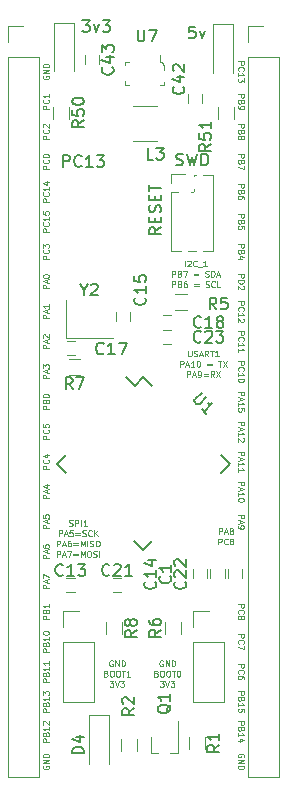
<source format=gbr>
G04 #@! TF.GenerationSoftware,KiCad,Pcbnew,5.0.2-bee76a0~70~ubuntu18.04.1*
G04 #@! TF.CreationDate,2019-01-02T21:11:22-05:00*
G04 #@! TF.ProjectId,stm32 prototype,73746d33-3220-4707-926f-746f74797065,rev?*
G04 #@! TF.SameCoordinates,Original*
G04 #@! TF.FileFunction,Legend,Top*
G04 #@! TF.FilePolarity,Positive*
%FSLAX46Y46*%
G04 Gerber Fmt 4.6, Leading zero omitted, Abs format (unit mm)*
G04 Created by KiCad (PCBNEW 5.0.2-bee76a0~70~ubuntu18.04.1) date Wed 02 Jan 2019 09:11:22 PM EST*
%MOMM*%
%LPD*%
G01*
G04 APERTURE LIST*
%ADD10C,0.125000*%
%ADD11C,0.120000*%
%ADD12C,0.150000*%
%ADD13C,0.100000*%
G04 APERTURE END LIST*
D10*
X166450000Y-86689880D02*
X166521428Y-86713690D01*
X166640476Y-86713690D01*
X166688095Y-86689880D01*
X166711904Y-86666071D01*
X166735714Y-86618452D01*
X166735714Y-86570833D01*
X166711904Y-86523214D01*
X166688095Y-86499404D01*
X166640476Y-86475595D01*
X166545238Y-86451785D01*
X166497619Y-86427976D01*
X166473809Y-86404166D01*
X166450000Y-86356547D01*
X166450000Y-86308928D01*
X166473809Y-86261309D01*
X166497619Y-86237500D01*
X166545238Y-86213690D01*
X166664285Y-86213690D01*
X166735714Y-86237500D01*
X166950000Y-86713690D02*
X166950000Y-86213690D01*
X167140476Y-86213690D01*
X167188095Y-86237500D01*
X167211904Y-86261309D01*
X167235714Y-86308928D01*
X167235714Y-86380357D01*
X167211904Y-86427976D01*
X167188095Y-86451785D01*
X167140476Y-86475595D01*
X166950000Y-86475595D01*
X167450000Y-86713690D02*
X167450000Y-86213690D01*
X167950000Y-86713690D02*
X167664285Y-86713690D01*
X167807142Y-86713690D02*
X167807142Y-86213690D01*
X167759523Y-86285119D01*
X167711904Y-86332738D01*
X167664285Y-86356547D01*
X165569047Y-87588690D02*
X165569047Y-87088690D01*
X165759523Y-87088690D01*
X165807142Y-87112500D01*
X165830952Y-87136309D01*
X165854761Y-87183928D01*
X165854761Y-87255357D01*
X165830952Y-87302976D01*
X165807142Y-87326785D01*
X165759523Y-87350595D01*
X165569047Y-87350595D01*
X166045238Y-87445833D02*
X166283333Y-87445833D01*
X165997619Y-87588690D02*
X166164285Y-87088690D01*
X166330952Y-87588690D01*
X166735714Y-87088690D02*
X166497619Y-87088690D01*
X166473809Y-87326785D01*
X166497619Y-87302976D01*
X166545238Y-87279166D01*
X166664285Y-87279166D01*
X166711904Y-87302976D01*
X166735714Y-87326785D01*
X166759523Y-87374404D01*
X166759523Y-87493452D01*
X166735714Y-87541071D01*
X166711904Y-87564880D01*
X166664285Y-87588690D01*
X166545238Y-87588690D01*
X166497619Y-87564880D01*
X166473809Y-87541071D01*
X166973809Y-87326785D02*
X167354761Y-87326785D01*
X167354761Y-87469642D02*
X166973809Y-87469642D01*
X167569047Y-87564880D02*
X167640476Y-87588690D01*
X167759523Y-87588690D01*
X167807142Y-87564880D01*
X167830952Y-87541071D01*
X167854761Y-87493452D01*
X167854761Y-87445833D01*
X167830952Y-87398214D01*
X167807142Y-87374404D01*
X167759523Y-87350595D01*
X167664285Y-87326785D01*
X167616666Y-87302976D01*
X167592857Y-87279166D01*
X167569047Y-87231547D01*
X167569047Y-87183928D01*
X167592857Y-87136309D01*
X167616666Y-87112500D01*
X167664285Y-87088690D01*
X167783333Y-87088690D01*
X167854761Y-87112500D01*
X168354761Y-87541071D02*
X168330952Y-87564880D01*
X168259523Y-87588690D01*
X168211904Y-87588690D01*
X168140476Y-87564880D01*
X168092857Y-87517261D01*
X168069047Y-87469642D01*
X168045238Y-87374404D01*
X168045238Y-87302976D01*
X168069047Y-87207738D01*
X168092857Y-87160119D01*
X168140476Y-87112500D01*
X168211904Y-87088690D01*
X168259523Y-87088690D01*
X168330952Y-87112500D01*
X168354761Y-87136309D01*
X168569047Y-87588690D02*
X168569047Y-87088690D01*
X168854761Y-87588690D02*
X168640476Y-87302976D01*
X168854761Y-87088690D02*
X168569047Y-87374404D01*
X165402380Y-88463690D02*
X165402380Y-87963690D01*
X165592857Y-87963690D01*
X165640476Y-87987500D01*
X165664285Y-88011309D01*
X165688095Y-88058928D01*
X165688095Y-88130357D01*
X165664285Y-88177976D01*
X165640476Y-88201785D01*
X165592857Y-88225595D01*
X165402380Y-88225595D01*
X165878571Y-88320833D02*
X166116666Y-88320833D01*
X165830952Y-88463690D02*
X165997619Y-87963690D01*
X166164285Y-88463690D01*
X166545238Y-87963690D02*
X166450000Y-87963690D01*
X166402380Y-87987500D01*
X166378571Y-88011309D01*
X166330952Y-88082738D01*
X166307142Y-88177976D01*
X166307142Y-88368452D01*
X166330952Y-88416071D01*
X166354761Y-88439880D01*
X166402380Y-88463690D01*
X166497619Y-88463690D01*
X166545238Y-88439880D01*
X166569047Y-88416071D01*
X166592857Y-88368452D01*
X166592857Y-88249404D01*
X166569047Y-88201785D01*
X166545238Y-88177976D01*
X166497619Y-88154166D01*
X166402380Y-88154166D01*
X166354761Y-88177976D01*
X166330952Y-88201785D01*
X166307142Y-88249404D01*
X166807142Y-88201785D02*
X167188095Y-88201785D01*
X167188095Y-88344642D02*
X166807142Y-88344642D01*
X167426190Y-88463690D02*
X167426190Y-87963690D01*
X167592857Y-88320833D01*
X167759523Y-87963690D01*
X167759523Y-88463690D01*
X167997619Y-88463690D02*
X167997619Y-87963690D01*
X168211904Y-88439880D02*
X168283333Y-88463690D01*
X168402380Y-88463690D01*
X168450000Y-88439880D01*
X168473809Y-88416071D01*
X168497619Y-88368452D01*
X168497619Y-88320833D01*
X168473809Y-88273214D01*
X168450000Y-88249404D01*
X168402380Y-88225595D01*
X168307142Y-88201785D01*
X168259523Y-88177976D01*
X168235714Y-88154166D01*
X168211904Y-88106547D01*
X168211904Y-88058928D01*
X168235714Y-88011309D01*
X168259523Y-87987500D01*
X168307142Y-87963690D01*
X168426190Y-87963690D01*
X168497619Y-87987500D01*
X168807142Y-87963690D02*
X168902380Y-87963690D01*
X168950000Y-87987500D01*
X168997619Y-88035119D01*
X169021428Y-88130357D01*
X169021428Y-88297023D01*
X168997619Y-88392261D01*
X168950000Y-88439880D01*
X168902380Y-88463690D01*
X168807142Y-88463690D01*
X168759523Y-88439880D01*
X168711904Y-88392261D01*
X168688095Y-88297023D01*
X168688095Y-88130357D01*
X168711904Y-88035119D01*
X168759523Y-87987500D01*
X168807142Y-87963690D01*
X165402380Y-89338690D02*
X165402380Y-88838690D01*
X165592857Y-88838690D01*
X165640476Y-88862500D01*
X165664285Y-88886309D01*
X165688095Y-88933928D01*
X165688095Y-89005357D01*
X165664285Y-89052976D01*
X165640476Y-89076785D01*
X165592857Y-89100595D01*
X165402380Y-89100595D01*
X165878571Y-89195833D02*
X166116666Y-89195833D01*
X165830952Y-89338690D02*
X165997619Y-88838690D01*
X166164285Y-89338690D01*
X166283333Y-88838690D02*
X166616666Y-88838690D01*
X166402380Y-89338690D01*
X166807142Y-89076785D02*
X167188095Y-89076785D01*
X167188095Y-89219642D02*
X166807142Y-89219642D01*
X167426190Y-89338690D02*
X167426190Y-88838690D01*
X167592857Y-89195833D01*
X167759523Y-88838690D01*
X167759523Y-89338690D01*
X168092857Y-88838690D02*
X168188095Y-88838690D01*
X168235714Y-88862500D01*
X168283333Y-88910119D01*
X168307142Y-89005357D01*
X168307142Y-89172023D01*
X168283333Y-89267261D01*
X168235714Y-89314880D01*
X168188095Y-89338690D01*
X168092857Y-89338690D01*
X168045238Y-89314880D01*
X167997619Y-89267261D01*
X167973809Y-89172023D01*
X167973809Y-89005357D01*
X167997619Y-88910119D01*
X168045238Y-88862500D01*
X168092857Y-88838690D01*
X168497619Y-89314880D02*
X168569047Y-89338690D01*
X168688095Y-89338690D01*
X168735714Y-89314880D01*
X168759523Y-89291071D01*
X168783333Y-89243452D01*
X168783333Y-89195833D01*
X168759523Y-89148214D01*
X168735714Y-89124404D01*
X168688095Y-89100595D01*
X168592857Y-89076785D01*
X168545238Y-89052976D01*
X168521428Y-89029166D01*
X168497619Y-88981547D01*
X168497619Y-88933928D01*
X168521428Y-88886309D01*
X168545238Y-88862500D01*
X168592857Y-88838690D01*
X168711904Y-88838690D01*
X168783333Y-88862500D01*
X168997619Y-89338690D02*
X168997619Y-88838690D01*
X176526190Y-71876190D02*
X176526190Y-72280952D01*
X176550000Y-72328571D01*
X176573809Y-72352380D01*
X176621428Y-72376190D01*
X176716666Y-72376190D01*
X176764285Y-72352380D01*
X176788095Y-72328571D01*
X176811904Y-72280952D01*
X176811904Y-71876190D01*
X177026190Y-72352380D02*
X177097619Y-72376190D01*
X177216666Y-72376190D01*
X177264285Y-72352380D01*
X177288095Y-72328571D01*
X177311904Y-72280952D01*
X177311904Y-72233333D01*
X177288095Y-72185714D01*
X177264285Y-72161904D01*
X177216666Y-72138095D01*
X177121428Y-72114285D01*
X177073809Y-72090476D01*
X177050000Y-72066666D01*
X177026190Y-72019047D01*
X177026190Y-71971428D01*
X177050000Y-71923809D01*
X177073809Y-71900000D01*
X177121428Y-71876190D01*
X177240476Y-71876190D01*
X177311904Y-71900000D01*
X177502380Y-72233333D02*
X177740476Y-72233333D01*
X177454761Y-72376190D02*
X177621428Y-71876190D01*
X177788095Y-72376190D01*
X178240476Y-72376190D02*
X178073809Y-72138095D01*
X177954761Y-72376190D02*
X177954761Y-71876190D01*
X178145238Y-71876190D01*
X178192857Y-71900000D01*
X178216666Y-71923809D01*
X178240476Y-71971428D01*
X178240476Y-72042857D01*
X178216666Y-72090476D01*
X178192857Y-72114285D01*
X178145238Y-72138095D01*
X177954761Y-72138095D01*
X178383333Y-71876190D02*
X178669047Y-71876190D01*
X178526190Y-72376190D02*
X178526190Y-71876190D01*
X179097619Y-72376190D02*
X178811904Y-72376190D01*
X178954761Y-72376190D02*
X178954761Y-71876190D01*
X178907142Y-71947619D01*
X178859523Y-71995238D01*
X178811904Y-72019047D01*
X175859523Y-73251190D02*
X175859523Y-72751190D01*
X176050000Y-72751190D01*
X176097619Y-72775000D01*
X176121428Y-72798809D01*
X176145238Y-72846428D01*
X176145238Y-72917857D01*
X176121428Y-72965476D01*
X176097619Y-72989285D01*
X176050000Y-73013095D01*
X175859523Y-73013095D01*
X176335714Y-73108333D02*
X176573809Y-73108333D01*
X176288095Y-73251190D02*
X176454761Y-72751190D01*
X176621428Y-73251190D01*
X177050000Y-73251190D02*
X176764285Y-73251190D01*
X176907142Y-73251190D02*
X176907142Y-72751190D01*
X176859523Y-72822619D01*
X176811904Y-72870238D01*
X176764285Y-72894047D01*
X177359523Y-72751190D02*
X177407142Y-72751190D01*
X177454761Y-72775000D01*
X177478571Y-72798809D01*
X177502380Y-72846428D01*
X177526190Y-72941666D01*
X177526190Y-73060714D01*
X177502380Y-73155952D01*
X177478571Y-73203571D01*
X177454761Y-73227380D01*
X177407142Y-73251190D01*
X177359523Y-73251190D01*
X177311904Y-73227380D01*
X177288095Y-73203571D01*
X177264285Y-73155952D01*
X177240476Y-73060714D01*
X177240476Y-72941666D01*
X177264285Y-72846428D01*
X177288095Y-72798809D01*
X177311904Y-72775000D01*
X177359523Y-72751190D01*
X178121428Y-72989285D02*
X178502380Y-72989285D01*
X178502380Y-73132142D02*
X178121428Y-73132142D01*
X179050000Y-72751190D02*
X179335714Y-72751190D01*
X179192857Y-73251190D02*
X179192857Y-72751190D01*
X179454761Y-72751190D02*
X179788095Y-73251190D01*
X179788095Y-72751190D02*
X179454761Y-73251190D01*
X176419047Y-74126190D02*
X176419047Y-73626190D01*
X176609523Y-73626190D01*
X176657142Y-73650000D01*
X176680952Y-73673809D01*
X176704761Y-73721428D01*
X176704761Y-73792857D01*
X176680952Y-73840476D01*
X176657142Y-73864285D01*
X176609523Y-73888095D01*
X176419047Y-73888095D01*
X176895238Y-73983333D02*
X177133333Y-73983333D01*
X176847619Y-74126190D02*
X177014285Y-73626190D01*
X177180952Y-74126190D01*
X177371428Y-74126190D02*
X177466666Y-74126190D01*
X177514285Y-74102380D01*
X177538095Y-74078571D01*
X177585714Y-74007142D01*
X177609523Y-73911904D01*
X177609523Y-73721428D01*
X177585714Y-73673809D01*
X177561904Y-73650000D01*
X177514285Y-73626190D01*
X177419047Y-73626190D01*
X177371428Y-73650000D01*
X177347619Y-73673809D01*
X177323809Y-73721428D01*
X177323809Y-73840476D01*
X177347619Y-73888095D01*
X177371428Y-73911904D01*
X177419047Y-73935714D01*
X177514285Y-73935714D01*
X177561904Y-73911904D01*
X177585714Y-73888095D01*
X177609523Y-73840476D01*
X177823809Y-73864285D02*
X178204761Y-73864285D01*
X178204761Y-74007142D02*
X177823809Y-74007142D01*
X178728571Y-74126190D02*
X178561904Y-73888095D01*
X178442857Y-74126190D02*
X178442857Y-73626190D01*
X178633333Y-73626190D01*
X178680952Y-73650000D01*
X178704761Y-73673809D01*
X178728571Y-73721428D01*
X178728571Y-73792857D01*
X178704761Y-73840476D01*
X178680952Y-73864285D01*
X178633333Y-73888095D01*
X178442857Y-73888095D01*
X178895238Y-73626190D02*
X179228571Y-74126190D01*
X179228571Y-73626190D02*
X178895238Y-74126190D01*
X176248333Y-64756190D02*
X176248333Y-64256190D01*
X176462619Y-64303809D02*
X176486428Y-64280000D01*
X176534047Y-64256190D01*
X176653095Y-64256190D01*
X176700714Y-64280000D01*
X176724523Y-64303809D01*
X176748333Y-64351428D01*
X176748333Y-64399047D01*
X176724523Y-64470476D01*
X176438809Y-64756190D01*
X176748333Y-64756190D01*
X177248333Y-64708571D02*
X177224523Y-64732380D01*
X177153095Y-64756190D01*
X177105476Y-64756190D01*
X177034047Y-64732380D01*
X176986428Y-64684761D01*
X176962619Y-64637142D01*
X176938809Y-64541904D01*
X176938809Y-64470476D01*
X176962619Y-64375238D01*
X176986428Y-64327619D01*
X177034047Y-64280000D01*
X177105476Y-64256190D01*
X177153095Y-64256190D01*
X177224523Y-64280000D01*
X177248333Y-64303809D01*
X177343571Y-64803809D02*
X177724523Y-64803809D01*
X178105476Y-64756190D02*
X177819761Y-64756190D01*
X177962619Y-64756190D02*
X177962619Y-64256190D01*
X177915000Y-64327619D01*
X177867380Y-64375238D01*
X177819761Y-64399047D01*
X175153095Y-65631190D02*
X175153095Y-65131190D01*
X175343571Y-65131190D01*
X175391190Y-65155000D01*
X175415000Y-65178809D01*
X175438809Y-65226428D01*
X175438809Y-65297857D01*
X175415000Y-65345476D01*
X175391190Y-65369285D01*
X175343571Y-65393095D01*
X175153095Y-65393095D01*
X175819761Y-65369285D02*
X175891190Y-65393095D01*
X175915000Y-65416904D01*
X175938809Y-65464523D01*
X175938809Y-65535952D01*
X175915000Y-65583571D01*
X175891190Y-65607380D01*
X175843571Y-65631190D01*
X175653095Y-65631190D01*
X175653095Y-65131190D01*
X175819761Y-65131190D01*
X175867380Y-65155000D01*
X175891190Y-65178809D01*
X175915000Y-65226428D01*
X175915000Y-65274047D01*
X175891190Y-65321666D01*
X175867380Y-65345476D01*
X175819761Y-65369285D01*
X175653095Y-65369285D01*
X176105476Y-65131190D02*
X176438809Y-65131190D01*
X176224523Y-65631190D01*
X177010238Y-65369285D02*
X177391190Y-65369285D01*
X177391190Y-65512142D02*
X177010238Y-65512142D01*
X177986428Y-65607380D02*
X178057857Y-65631190D01*
X178176904Y-65631190D01*
X178224523Y-65607380D01*
X178248333Y-65583571D01*
X178272142Y-65535952D01*
X178272142Y-65488333D01*
X178248333Y-65440714D01*
X178224523Y-65416904D01*
X178176904Y-65393095D01*
X178081666Y-65369285D01*
X178034047Y-65345476D01*
X178010238Y-65321666D01*
X177986428Y-65274047D01*
X177986428Y-65226428D01*
X178010238Y-65178809D01*
X178034047Y-65155000D01*
X178081666Y-65131190D01*
X178200714Y-65131190D01*
X178272142Y-65155000D01*
X178486428Y-65631190D02*
X178486428Y-65131190D01*
X178605476Y-65131190D01*
X178676904Y-65155000D01*
X178724523Y-65202619D01*
X178748333Y-65250238D01*
X178772142Y-65345476D01*
X178772142Y-65416904D01*
X178748333Y-65512142D01*
X178724523Y-65559761D01*
X178676904Y-65607380D01*
X178605476Y-65631190D01*
X178486428Y-65631190D01*
X178962619Y-65488333D02*
X179200714Y-65488333D01*
X178915000Y-65631190D02*
X179081666Y-65131190D01*
X179248333Y-65631190D01*
X175165000Y-66506190D02*
X175165000Y-66006190D01*
X175355476Y-66006190D01*
X175403095Y-66030000D01*
X175426904Y-66053809D01*
X175450714Y-66101428D01*
X175450714Y-66172857D01*
X175426904Y-66220476D01*
X175403095Y-66244285D01*
X175355476Y-66268095D01*
X175165000Y-66268095D01*
X175831666Y-66244285D02*
X175903095Y-66268095D01*
X175926904Y-66291904D01*
X175950714Y-66339523D01*
X175950714Y-66410952D01*
X175926904Y-66458571D01*
X175903095Y-66482380D01*
X175855476Y-66506190D01*
X175665000Y-66506190D01*
X175665000Y-66006190D01*
X175831666Y-66006190D01*
X175879285Y-66030000D01*
X175903095Y-66053809D01*
X175926904Y-66101428D01*
X175926904Y-66149047D01*
X175903095Y-66196666D01*
X175879285Y-66220476D01*
X175831666Y-66244285D01*
X175665000Y-66244285D01*
X176379285Y-66006190D02*
X176284047Y-66006190D01*
X176236428Y-66030000D01*
X176212619Y-66053809D01*
X176165000Y-66125238D01*
X176141190Y-66220476D01*
X176141190Y-66410952D01*
X176165000Y-66458571D01*
X176188809Y-66482380D01*
X176236428Y-66506190D01*
X176331666Y-66506190D01*
X176379285Y-66482380D01*
X176403095Y-66458571D01*
X176426904Y-66410952D01*
X176426904Y-66291904D01*
X176403095Y-66244285D01*
X176379285Y-66220476D01*
X176331666Y-66196666D01*
X176236428Y-66196666D01*
X176188809Y-66220476D01*
X176165000Y-66244285D01*
X176141190Y-66291904D01*
X177022142Y-66244285D02*
X177403095Y-66244285D01*
X177403095Y-66387142D02*
X177022142Y-66387142D01*
X177998333Y-66482380D02*
X178069761Y-66506190D01*
X178188809Y-66506190D01*
X178236428Y-66482380D01*
X178260238Y-66458571D01*
X178284047Y-66410952D01*
X178284047Y-66363333D01*
X178260238Y-66315714D01*
X178236428Y-66291904D01*
X178188809Y-66268095D01*
X178093571Y-66244285D01*
X178045952Y-66220476D01*
X178022142Y-66196666D01*
X177998333Y-66149047D01*
X177998333Y-66101428D01*
X178022142Y-66053809D01*
X178045952Y-66030000D01*
X178093571Y-66006190D01*
X178212619Y-66006190D01*
X178284047Y-66030000D01*
X178784047Y-66458571D02*
X178760238Y-66482380D01*
X178688809Y-66506190D01*
X178641190Y-66506190D01*
X178569761Y-66482380D01*
X178522142Y-66434761D01*
X178498333Y-66387142D01*
X178474523Y-66291904D01*
X178474523Y-66220476D01*
X178498333Y-66125238D01*
X178522142Y-66077619D01*
X178569761Y-66030000D01*
X178641190Y-66006190D01*
X178688809Y-66006190D01*
X178760238Y-66030000D01*
X178784047Y-66053809D01*
X179236428Y-66506190D02*
X178998333Y-66506190D01*
X178998333Y-66006190D01*
X179121666Y-87418690D02*
X179121666Y-86918690D01*
X179312142Y-86918690D01*
X179359761Y-86942500D01*
X179383571Y-86966309D01*
X179407380Y-87013928D01*
X179407380Y-87085357D01*
X179383571Y-87132976D01*
X179359761Y-87156785D01*
X179312142Y-87180595D01*
X179121666Y-87180595D01*
X179597857Y-87275833D02*
X179835952Y-87275833D01*
X179550238Y-87418690D02*
X179716904Y-86918690D01*
X179883571Y-87418690D01*
X180121666Y-87132976D02*
X180074047Y-87109166D01*
X180050238Y-87085357D01*
X180026428Y-87037738D01*
X180026428Y-87013928D01*
X180050238Y-86966309D01*
X180074047Y-86942500D01*
X180121666Y-86918690D01*
X180216904Y-86918690D01*
X180264523Y-86942500D01*
X180288333Y-86966309D01*
X180312142Y-87013928D01*
X180312142Y-87037738D01*
X180288333Y-87085357D01*
X180264523Y-87109166D01*
X180216904Y-87132976D01*
X180121666Y-87132976D01*
X180074047Y-87156785D01*
X180050238Y-87180595D01*
X180026428Y-87228214D01*
X180026428Y-87323452D01*
X180050238Y-87371071D01*
X180074047Y-87394880D01*
X180121666Y-87418690D01*
X180216904Y-87418690D01*
X180264523Y-87394880D01*
X180288333Y-87371071D01*
X180312142Y-87323452D01*
X180312142Y-87228214D01*
X180288333Y-87180595D01*
X180264523Y-87156785D01*
X180216904Y-87132976D01*
X179085952Y-88293690D02*
X179085952Y-87793690D01*
X179276428Y-87793690D01*
X179324047Y-87817500D01*
X179347857Y-87841309D01*
X179371666Y-87888928D01*
X179371666Y-87960357D01*
X179347857Y-88007976D01*
X179324047Y-88031785D01*
X179276428Y-88055595D01*
X179085952Y-88055595D01*
X179871666Y-88246071D02*
X179847857Y-88269880D01*
X179776428Y-88293690D01*
X179728809Y-88293690D01*
X179657380Y-88269880D01*
X179609761Y-88222261D01*
X179585952Y-88174642D01*
X179562142Y-88079404D01*
X179562142Y-88007976D01*
X179585952Y-87912738D01*
X179609761Y-87865119D01*
X179657380Y-87817500D01*
X179728809Y-87793690D01*
X179776428Y-87793690D01*
X179847857Y-87817500D01*
X179871666Y-87841309D01*
X180157380Y-88007976D02*
X180109761Y-87984166D01*
X180085952Y-87960357D01*
X180062142Y-87912738D01*
X180062142Y-87888928D01*
X180085952Y-87841309D01*
X180109761Y-87817500D01*
X180157380Y-87793690D01*
X180252619Y-87793690D01*
X180300238Y-87817500D01*
X180324047Y-87841309D01*
X180347857Y-87888928D01*
X180347857Y-87912738D01*
X180324047Y-87960357D01*
X180300238Y-87984166D01*
X180252619Y-88007976D01*
X180157380Y-88007976D01*
X180109761Y-88031785D01*
X180085952Y-88055595D01*
X180062142Y-88103214D01*
X180062142Y-88198452D01*
X180085952Y-88246071D01*
X180109761Y-88269880D01*
X180157380Y-88293690D01*
X180252619Y-88293690D01*
X180300238Y-88269880D01*
X180324047Y-88246071D01*
X180347857Y-88198452D01*
X180347857Y-88103214D01*
X180324047Y-88055595D01*
X180300238Y-88031785D01*
X180252619Y-88007976D01*
X164250000Y-48640952D02*
X164226190Y-48688571D01*
X164226190Y-48760000D01*
X164250000Y-48831428D01*
X164297619Y-48879047D01*
X164345238Y-48902857D01*
X164440476Y-48926666D01*
X164511904Y-48926666D01*
X164607142Y-48902857D01*
X164654761Y-48879047D01*
X164702380Y-48831428D01*
X164726190Y-48760000D01*
X164726190Y-48712380D01*
X164702380Y-48640952D01*
X164678571Y-48617142D01*
X164511904Y-48617142D01*
X164511904Y-48712380D01*
X164726190Y-48402857D02*
X164226190Y-48402857D01*
X164726190Y-48117142D01*
X164226190Y-48117142D01*
X164726190Y-47879047D02*
X164226190Y-47879047D01*
X164226190Y-47760000D01*
X164250000Y-47688571D01*
X164297619Y-47640952D01*
X164345238Y-47617142D01*
X164440476Y-47593333D01*
X164511904Y-47593333D01*
X164607142Y-47617142D01*
X164654761Y-47640952D01*
X164702380Y-47688571D01*
X164726190Y-47760000D01*
X164726190Y-47879047D01*
X180748809Y-47402857D02*
X181248809Y-47402857D01*
X181248809Y-47593333D01*
X181225000Y-47640952D01*
X181201190Y-47664761D01*
X181153571Y-47688571D01*
X181082142Y-47688571D01*
X181034523Y-47664761D01*
X181010714Y-47640952D01*
X180986904Y-47593333D01*
X180986904Y-47402857D01*
X180796428Y-48188571D02*
X180772619Y-48164761D01*
X180748809Y-48093333D01*
X180748809Y-48045714D01*
X180772619Y-47974285D01*
X180820238Y-47926666D01*
X180867857Y-47902857D01*
X180963095Y-47879047D01*
X181034523Y-47879047D01*
X181129761Y-47902857D01*
X181177380Y-47926666D01*
X181225000Y-47974285D01*
X181248809Y-48045714D01*
X181248809Y-48093333D01*
X181225000Y-48164761D01*
X181201190Y-48188571D01*
X180748809Y-48664761D02*
X180748809Y-48379047D01*
X180748809Y-48521904D02*
X181248809Y-48521904D01*
X181177380Y-48474285D01*
X181129761Y-48426666D01*
X181105952Y-48379047D01*
X181248809Y-48831428D02*
X181248809Y-49140952D01*
X181058333Y-48974285D01*
X181058333Y-49045714D01*
X181034523Y-49093333D01*
X181010714Y-49117142D01*
X180963095Y-49140952D01*
X180844047Y-49140952D01*
X180796428Y-49117142D01*
X180772619Y-49093333D01*
X180748809Y-49045714D01*
X180748809Y-48902857D01*
X180772619Y-48855238D01*
X180796428Y-48831428D01*
X180748809Y-50180952D02*
X181248809Y-50180952D01*
X181248809Y-50371428D01*
X181225000Y-50419047D01*
X181201190Y-50442857D01*
X181153571Y-50466666D01*
X181082142Y-50466666D01*
X181034523Y-50442857D01*
X181010714Y-50419047D01*
X180986904Y-50371428D01*
X180986904Y-50180952D01*
X181010714Y-50847619D02*
X180986904Y-50919047D01*
X180963095Y-50942857D01*
X180915476Y-50966666D01*
X180844047Y-50966666D01*
X180796428Y-50942857D01*
X180772619Y-50919047D01*
X180748809Y-50871428D01*
X180748809Y-50680952D01*
X181248809Y-50680952D01*
X181248809Y-50847619D01*
X181225000Y-50895238D01*
X181201190Y-50919047D01*
X181153571Y-50942857D01*
X181105952Y-50942857D01*
X181058333Y-50919047D01*
X181034523Y-50895238D01*
X181010714Y-50847619D01*
X181010714Y-50680952D01*
X180748809Y-51204761D02*
X180748809Y-51300000D01*
X180772619Y-51347619D01*
X180796428Y-51371428D01*
X180867857Y-51419047D01*
X180963095Y-51442857D01*
X181153571Y-51442857D01*
X181201190Y-51419047D01*
X181225000Y-51395238D01*
X181248809Y-51347619D01*
X181248809Y-51252380D01*
X181225000Y-51204761D01*
X181201190Y-51180952D01*
X181153571Y-51157142D01*
X181034523Y-51157142D01*
X180986904Y-51180952D01*
X180963095Y-51204761D01*
X180939285Y-51252380D01*
X180939285Y-51347619D01*
X180963095Y-51395238D01*
X180986904Y-51419047D01*
X181034523Y-51442857D01*
X180748809Y-52720952D02*
X181248809Y-52720952D01*
X181248809Y-52911428D01*
X181225000Y-52959047D01*
X181201190Y-52982857D01*
X181153571Y-53006666D01*
X181082142Y-53006666D01*
X181034523Y-52982857D01*
X181010714Y-52959047D01*
X180986904Y-52911428D01*
X180986904Y-52720952D01*
X181010714Y-53387619D02*
X180986904Y-53459047D01*
X180963095Y-53482857D01*
X180915476Y-53506666D01*
X180844047Y-53506666D01*
X180796428Y-53482857D01*
X180772619Y-53459047D01*
X180748809Y-53411428D01*
X180748809Y-53220952D01*
X181248809Y-53220952D01*
X181248809Y-53387619D01*
X181225000Y-53435238D01*
X181201190Y-53459047D01*
X181153571Y-53482857D01*
X181105952Y-53482857D01*
X181058333Y-53459047D01*
X181034523Y-53435238D01*
X181010714Y-53387619D01*
X181010714Y-53220952D01*
X181034523Y-53792380D02*
X181058333Y-53744761D01*
X181082142Y-53720952D01*
X181129761Y-53697142D01*
X181153571Y-53697142D01*
X181201190Y-53720952D01*
X181225000Y-53744761D01*
X181248809Y-53792380D01*
X181248809Y-53887619D01*
X181225000Y-53935238D01*
X181201190Y-53959047D01*
X181153571Y-53982857D01*
X181129761Y-53982857D01*
X181082142Y-53959047D01*
X181058333Y-53935238D01*
X181034523Y-53887619D01*
X181034523Y-53792380D01*
X181010714Y-53744761D01*
X180986904Y-53720952D01*
X180939285Y-53697142D01*
X180844047Y-53697142D01*
X180796428Y-53720952D01*
X180772619Y-53744761D01*
X180748809Y-53792380D01*
X180748809Y-53887619D01*
X180772619Y-53935238D01*
X180796428Y-53959047D01*
X180844047Y-53982857D01*
X180939285Y-53982857D01*
X180986904Y-53959047D01*
X181010714Y-53935238D01*
X181034523Y-53887619D01*
X180748809Y-55260952D02*
X181248809Y-55260952D01*
X181248809Y-55451428D01*
X181225000Y-55499047D01*
X181201190Y-55522857D01*
X181153571Y-55546666D01*
X181082142Y-55546666D01*
X181034523Y-55522857D01*
X181010714Y-55499047D01*
X180986904Y-55451428D01*
X180986904Y-55260952D01*
X181010714Y-55927619D02*
X180986904Y-55999047D01*
X180963095Y-56022857D01*
X180915476Y-56046666D01*
X180844047Y-56046666D01*
X180796428Y-56022857D01*
X180772619Y-55999047D01*
X180748809Y-55951428D01*
X180748809Y-55760952D01*
X181248809Y-55760952D01*
X181248809Y-55927619D01*
X181225000Y-55975238D01*
X181201190Y-55999047D01*
X181153571Y-56022857D01*
X181105952Y-56022857D01*
X181058333Y-55999047D01*
X181034523Y-55975238D01*
X181010714Y-55927619D01*
X181010714Y-55760952D01*
X181248809Y-56213333D02*
X181248809Y-56546666D01*
X180748809Y-56332380D01*
X180748809Y-57800952D02*
X181248809Y-57800952D01*
X181248809Y-57991428D01*
X181225000Y-58039047D01*
X181201190Y-58062857D01*
X181153571Y-58086666D01*
X181082142Y-58086666D01*
X181034523Y-58062857D01*
X181010714Y-58039047D01*
X180986904Y-57991428D01*
X180986904Y-57800952D01*
X181010714Y-58467619D02*
X180986904Y-58539047D01*
X180963095Y-58562857D01*
X180915476Y-58586666D01*
X180844047Y-58586666D01*
X180796428Y-58562857D01*
X180772619Y-58539047D01*
X180748809Y-58491428D01*
X180748809Y-58300952D01*
X181248809Y-58300952D01*
X181248809Y-58467619D01*
X181225000Y-58515238D01*
X181201190Y-58539047D01*
X181153571Y-58562857D01*
X181105952Y-58562857D01*
X181058333Y-58539047D01*
X181034523Y-58515238D01*
X181010714Y-58467619D01*
X181010714Y-58300952D01*
X181248809Y-59015238D02*
X181248809Y-58920000D01*
X181225000Y-58872380D01*
X181201190Y-58848571D01*
X181129761Y-58800952D01*
X181034523Y-58777142D01*
X180844047Y-58777142D01*
X180796428Y-58800952D01*
X180772619Y-58824761D01*
X180748809Y-58872380D01*
X180748809Y-58967619D01*
X180772619Y-59015238D01*
X180796428Y-59039047D01*
X180844047Y-59062857D01*
X180963095Y-59062857D01*
X181010714Y-59039047D01*
X181034523Y-59015238D01*
X181058333Y-58967619D01*
X181058333Y-58872380D01*
X181034523Y-58824761D01*
X181010714Y-58800952D01*
X180963095Y-58777142D01*
X180748809Y-60340952D02*
X181248809Y-60340952D01*
X181248809Y-60531428D01*
X181225000Y-60579047D01*
X181201190Y-60602857D01*
X181153571Y-60626666D01*
X181082142Y-60626666D01*
X181034523Y-60602857D01*
X181010714Y-60579047D01*
X180986904Y-60531428D01*
X180986904Y-60340952D01*
X181010714Y-61007619D02*
X180986904Y-61079047D01*
X180963095Y-61102857D01*
X180915476Y-61126666D01*
X180844047Y-61126666D01*
X180796428Y-61102857D01*
X180772619Y-61079047D01*
X180748809Y-61031428D01*
X180748809Y-60840952D01*
X181248809Y-60840952D01*
X181248809Y-61007619D01*
X181225000Y-61055238D01*
X181201190Y-61079047D01*
X181153571Y-61102857D01*
X181105952Y-61102857D01*
X181058333Y-61079047D01*
X181034523Y-61055238D01*
X181010714Y-61007619D01*
X181010714Y-60840952D01*
X181248809Y-61579047D02*
X181248809Y-61340952D01*
X181010714Y-61317142D01*
X181034523Y-61340952D01*
X181058333Y-61388571D01*
X181058333Y-61507619D01*
X181034523Y-61555238D01*
X181010714Y-61579047D01*
X180963095Y-61602857D01*
X180844047Y-61602857D01*
X180796428Y-61579047D01*
X180772619Y-61555238D01*
X180748809Y-61507619D01*
X180748809Y-61388571D01*
X180772619Y-61340952D01*
X180796428Y-61317142D01*
X180748809Y-62880952D02*
X181248809Y-62880952D01*
X181248809Y-63071428D01*
X181225000Y-63119047D01*
X181201190Y-63142857D01*
X181153571Y-63166666D01*
X181082142Y-63166666D01*
X181034523Y-63142857D01*
X181010714Y-63119047D01*
X180986904Y-63071428D01*
X180986904Y-62880952D01*
X181010714Y-63547619D02*
X180986904Y-63619047D01*
X180963095Y-63642857D01*
X180915476Y-63666666D01*
X180844047Y-63666666D01*
X180796428Y-63642857D01*
X180772619Y-63619047D01*
X180748809Y-63571428D01*
X180748809Y-63380952D01*
X181248809Y-63380952D01*
X181248809Y-63547619D01*
X181225000Y-63595238D01*
X181201190Y-63619047D01*
X181153571Y-63642857D01*
X181105952Y-63642857D01*
X181058333Y-63619047D01*
X181034523Y-63595238D01*
X181010714Y-63547619D01*
X181010714Y-63380952D01*
X181082142Y-64095238D02*
X180748809Y-64095238D01*
X181272619Y-63976190D02*
X180915476Y-63857142D01*
X180915476Y-64166666D01*
X180748809Y-65420952D02*
X181248809Y-65420952D01*
X181248809Y-65611428D01*
X181225000Y-65659047D01*
X181201190Y-65682857D01*
X181153571Y-65706666D01*
X181082142Y-65706666D01*
X181034523Y-65682857D01*
X181010714Y-65659047D01*
X180986904Y-65611428D01*
X180986904Y-65420952D01*
X180748809Y-65920952D02*
X181248809Y-65920952D01*
X181248809Y-66040000D01*
X181225000Y-66111428D01*
X181177380Y-66159047D01*
X181129761Y-66182857D01*
X181034523Y-66206666D01*
X180963095Y-66206666D01*
X180867857Y-66182857D01*
X180820238Y-66159047D01*
X180772619Y-66111428D01*
X180748809Y-66040000D01*
X180748809Y-65920952D01*
X181201190Y-66397142D02*
X181225000Y-66420952D01*
X181248809Y-66468571D01*
X181248809Y-66587619D01*
X181225000Y-66635238D01*
X181201190Y-66659047D01*
X181153571Y-66682857D01*
X181105952Y-66682857D01*
X181034523Y-66659047D01*
X180748809Y-66373333D01*
X180748809Y-66682857D01*
X180748809Y-67722857D02*
X181248809Y-67722857D01*
X181248809Y-67913333D01*
X181225000Y-67960952D01*
X181201190Y-67984761D01*
X181153571Y-68008571D01*
X181082142Y-68008571D01*
X181034523Y-67984761D01*
X181010714Y-67960952D01*
X180986904Y-67913333D01*
X180986904Y-67722857D01*
X180796428Y-68508571D02*
X180772619Y-68484761D01*
X180748809Y-68413333D01*
X180748809Y-68365714D01*
X180772619Y-68294285D01*
X180820238Y-68246666D01*
X180867857Y-68222857D01*
X180963095Y-68199047D01*
X181034523Y-68199047D01*
X181129761Y-68222857D01*
X181177380Y-68246666D01*
X181225000Y-68294285D01*
X181248809Y-68365714D01*
X181248809Y-68413333D01*
X181225000Y-68484761D01*
X181201190Y-68508571D01*
X180748809Y-68984761D02*
X180748809Y-68699047D01*
X180748809Y-68841904D02*
X181248809Y-68841904D01*
X181177380Y-68794285D01*
X181129761Y-68746666D01*
X181105952Y-68699047D01*
X181201190Y-69175238D02*
X181225000Y-69199047D01*
X181248809Y-69246666D01*
X181248809Y-69365714D01*
X181225000Y-69413333D01*
X181201190Y-69437142D01*
X181153571Y-69460952D01*
X181105952Y-69460952D01*
X181034523Y-69437142D01*
X180748809Y-69151428D01*
X180748809Y-69460952D01*
X180748809Y-70262857D02*
X181248809Y-70262857D01*
X181248809Y-70453333D01*
X181225000Y-70500952D01*
X181201190Y-70524761D01*
X181153571Y-70548571D01*
X181082142Y-70548571D01*
X181034523Y-70524761D01*
X181010714Y-70500952D01*
X180986904Y-70453333D01*
X180986904Y-70262857D01*
X180796428Y-71048571D02*
X180772619Y-71024761D01*
X180748809Y-70953333D01*
X180748809Y-70905714D01*
X180772619Y-70834285D01*
X180820238Y-70786666D01*
X180867857Y-70762857D01*
X180963095Y-70739047D01*
X181034523Y-70739047D01*
X181129761Y-70762857D01*
X181177380Y-70786666D01*
X181225000Y-70834285D01*
X181248809Y-70905714D01*
X181248809Y-70953333D01*
X181225000Y-71024761D01*
X181201190Y-71048571D01*
X180748809Y-71524761D02*
X180748809Y-71239047D01*
X180748809Y-71381904D02*
X181248809Y-71381904D01*
X181177380Y-71334285D01*
X181129761Y-71286666D01*
X181105952Y-71239047D01*
X180748809Y-72000952D02*
X180748809Y-71715238D01*
X180748809Y-71858095D02*
X181248809Y-71858095D01*
X181177380Y-71810476D01*
X181129761Y-71762857D01*
X181105952Y-71715238D01*
X180748809Y-72802857D02*
X181248809Y-72802857D01*
X181248809Y-72993333D01*
X181225000Y-73040952D01*
X181201190Y-73064761D01*
X181153571Y-73088571D01*
X181082142Y-73088571D01*
X181034523Y-73064761D01*
X181010714Y-73040952D01*
X180986904Y-72993333D01*
X180986904Y-72802857D01*
X180796428Y-73588571D02*
X180772619Y-73564761D01*
X180748809Y-73493333D01*
X180748809Y-73445714D01*
X180772619Y-73374285D01*
X180820238Y-73326666D01*
X180867857Y-73302857D01*
X180963095Y-73279047D01*
X181034523Y-73279047D01*
X181129761Y-73302857D01*
X181177380Y-73326666D01*
X181225000Y-73374285D01*
X181248809Y-73445714D01*
X181248809Y-73493333D01*
X181225000Y-73564761D01*
X181201190Y-73588571D01*
X180748809Y-74064761D02*
X180748809Y-73779047D01*
X180748809Y-73921904D02*
X181248809Y-73921904D01*
X181177380Y-73874285D01*
X181129761Y-73826666D01*
X181105952Y-73779047D01*
X181248809Y-74374285D02*
X181248809Y-74421904D01*
X181225000Y-74469523D01*
X181201190Y-74493333D01*
X181153571Y-74517142D01*
X181058333Y-74540952D01*
X180939285Y-74540952D01*
X180844047Y-74517142D01*
X180796428Y-74493333D01*
X180772619Y-74469523D01*
X180748809Y-74421904D01*
X180748809Y-74374285D01*
X180772619Y-74326666D01*
X180796428Y-74302857D01*
X180844047Y-74279047D01*
X180939285Y-74255238D01*
X181058333Y-74255238D01*
X181153571Y-74279047D01*
X181201190Y-74302857D01*
X181225000Y-74326666D01*
X181248809Y-74374285D01*
X180748809Y-75378571D02*
X181248809Y-75378571D01*
X181248809Y-75569047D01*
X181225000Y-75616666D01*
X181201190Y-75640476D01*
X181153571Y-75664285D01*
X181082142Y-75664285D01*
X181034523Y-75640476D01*
X181010714Y-75616666D01*
X180986904Y-75569047D01*
X180986904Y-75378571D01*
X180891666Y-75854761D02*
X180891666Y-76092857D01*
X180748809Y-75807142D02*
X181248809Y-75973809D01*
X180748809Y-76140476D01*
X180748809Y-76569047D02*
X180748809Y-76283333D01*
X180748809Y-76426190D02*
X181248809Y-76426190D01*
X181177380Y-76378571D01*
X181129761Y-76330952D01*
X181105952Y-76283333D01*
X181248809Y-77021428D02*
X181248809Y-76783333D01*
X181010714Y-76759523D01*
X181034523Y-76783333D01*
X181058333Y-76830952D01*
X181058333Y-76950000D01*
X181034523Y-76997619D01*
X181010714Y-77021428D01*
X180963095Y-77045238D01*
X180844047Y-77045238D01*
X180796428Y-77021428D01*
X180772619Y-76997619D01*
X180748809Y-76950000D01*
X180748809Y-76830952D01*
X180772619Y-76783333D01*
X180796428Y-76759523D01*
X180748809Y-77918571D02*
X181248809Y-77918571D01*
X181248809Y-78109047D01*
X181225000Y-78156666D01*
X181201190Y-78180476D01*
X181153571Y-78204285D01*
X181082142Y-78204285D01*
X181034523Y-78180476D01*
X181010714Y-78156666D01*
X180986904Y-78109047D01*
X180986904Y-77918571D01*
X180891666Y-78394761D02*
X180891666Y-78632857D01*
X180748809Y-78347142D02*
X181248809Y-78513809D01*
X180748809Y-78680476D01*
X180748809Y-79109047D02*
X180748809Y-78823333D01*
X180748809Y-78966190D02*
X181248809Y-78966190D01*
X181177380Y-78918571D01*
X181129761Y-78870952D01*
X181105952Y-78823333D01*
X181201190Y-79299523D02*
X181225000Y-79323333D01*
X181248809Y-79370952D01*
X181248809Y-79490000D01*
X181225000Y-79537619D01*
X181201190Y-79561428D01*
X181153571Y-79585238D01*
X181105952Y-79585238D01*
X181034523Y-79561428D01*
X180748809Y-79275714D01*
X180748809Y-79585238D01*
X180748809Y-80458571D02*
X181248809Y-80458571D01*
X181248809Y-80649047D01*
X181225000Y-80696666D01*
X181201190Y-80720476D01*
X181153571Y-80744285D01*
X181082142Y-80744285D01*
X181034523Y-80720476D01*
X181010714Y-80696666D01*
X180986904Y-80649047D01*
X180986904Y-80458571D01*
X180891666Y-80934761D02*
X180891666Y-81172857D01*
X180748809Y-80887142D02*
X181248809Y-81053809D01*
X180748809Y-81220476D01*
X180748809Y-81649047D02*
X180748809Y-81363333D01*
X180748809Y-81506190D02*
X181248809Y-81506190D01*
X181177380Y-81458571D01*
X181129761Y-81410952D01*
X181105952Y-81363333D01*
X180748809Y-82125238D02*
X180748809Y-81839523D01*
X180748809Y-81982380D02*
X181248809Y-81982380D01*
X181177380Y-81934761D01*
X181129761Y-81887142D01*
X181105952Y-81839523D01*
X180748809Y-82998571D02*
X181248809Y-82998571D01*
X181248809Y-83189047D01*
X181225000Y-83236666D01*
X181201190Y-83260476D01*
X181153571Y-83284285D01*
X181082142Y-83284285D01*
X181034523Y-83260476D01*
X181010714Y-83236666D01*
X180986904Y-83189047D01*
X180986904Y-82998571D01*
X180891666Y-83474761D02*
X180891666Y-83712857D01*
X180748809Y-83427142D02*
X181248809Y-83593809D01*
X180748809Y-83760476D01*
X180748809Y-84189047D02*
X180748809Y-83903333D01*
X180748809Y-84046190D02*
X181248809Y-84046190D01*
X181177380Y-83998571D01*
X181129761Y-83950952D01*
X181105952Y-83903333D01*
X181248809Y-84498571D02*
X181248809Y-84546190D01*
X181225000Y-84593809D01*
X181201190Y-84617619D01*
X181153571Y-84641428D01*
X181058333Y-84665238D01*
X180939285Y-84665238D01*
X180844047Y-84641428D01*
X180796428Y-84617619D01*
X180772619Y-84593809D01*
X180748809Y-84546190D01*
X180748809Y-84498571D01*
X180772619Y-84450952D01*
X180796428Y-84427142D01*
X180844047Y-84403333D01*
X180939285Y-84379523D01*
X181058333Y-84379523D01*
X181153571Y-84403333D01*
X181201190Y-84427142D01*
X181225000Y-84450952D01*
X181248809Y-84498571D01*
X180748809Y-85776666D02*
X181248809Y-85776666D01*
X181248809Y-85967142D01*
X181225000Y-86014761D01*
X181201190Y-86038571D01*
X181153571Y-86062380D01*
X181082142Y-86062380D01*
X181034523Y-86038571D01*
X181010714Y-86014761D01*
X180986904Y-85967142D01*
X180986904Y-85776666D01*
X180891666Y-86252857D02*
X180891666Y-86490952D01*
X180748809Y-86205238D02*
X181248809Y-86371904D01*
X180748809Y-86538571D01*
X180748809Y-86729047D02*
X180748809Y-86824285D01*
X180772619Y-86871904D01*
X180796428Y-86895714D01*
X180867857Y-86943333D01*
X180963095Y-86967142D01*
X181153571Y-86967142D01*
X181201190Y-86943333D01*
X181225000Y-86919523D01*
X181248809Y-86871904D01*
X181248809Y-86776666D01*
X181225000Y-86729047D01*
X181201190Y-86705238D01*
X181153571Y-86681428D01*
X181034523Y-86681428D01*
X180986904Y-86705238D01*
X180963095Y-86729047D01*
X180939285Y-86776666D01*
X180939285Y-86871904D01*
X180963095Y-86919523D01*
X180986904Y-86943333D01*
X181034523Y-86967142D01*
X180748809Y-93360952D02*
X181248809Y-93360952D01*
X181248809Y-93551428D01*
X181225000Y-93599047D01*
X181201190Y-93622857D01*
X181153571Y-93646666D01*
X181082142Y-93646666D01*
X181034523Y-93622857D01*
X181010714Y-93599047D01*
X180986904Y-93551428D01*
X180986904Y-93360952D01*
X180796428Y-94146666D02*
X180772619Y-94122857D01*
X180748809Y-94051428D01*
X180748809Y-94003809D01*
X180772619Y-93932380D01*
X180820238Y-93884761D01*
X180867857Y-93860952D01*
X180963095Y-93837142D01*
X181034523Y-93837142D01*
X181129761Y-93860952D01*
X181177380Y-93884761D01*
X181225000Y-93932380D01*
X181248809Y-94003809D01*
X181248809Y-94051428D01*
X181225000Y-94122857D01*
X181201190Y-94146666D01*
X181034523Y-94432380D02*
X181058333Y-94384761D01*
X181082142Y-94360952D01*
X181129761Y-94337142D01*
X181153571Y-94337142D01*
X181201190Y-94360952D01*
X181225000Y-94384761D01*
X181248809Y-94432380D01*
X181248809Y-94527619D01*
X181225000Y-94575238D01*
X181201190Y-94599047D01*
X181153571Y-94622857D01*
X181129761Y-94622857D01*
X181082142Y-94599047D01*
X181058333Y-94575238D01*
X181034523Y-94527619D01*
X181034523Y-94432380D01*
X181010714Y-94384761D01*
X180986904Y-94360952D01*
X180939285Y-94337142D01*
X180844047Y-94337142D01*
X180796428Y-94360952D01*
X180772619Y-94384761D01*
X180748809Y-94432380D01*
X180748809Y-94527619D01*
X180772619Y-94575238D01*
X180796428Y-94599047D01*
X180844047Y-94622857D01*
X180939285Y-94622857D01*
X180986904Y-94599047D01*
X181010714Y-94575238D01*
X181034523Y-94527619D01*
X180748809Y-95900952D02*
X181248809Y-95900952D01*
X181248809Y-96091428D01*
X181225000Y-96139047D01*
X181201190Y-96162857D01*
X181153571Y-96186666D01*
X181082142Y-96186666D01*
X181034523Y-96162857D01*
X181010714Y-96139047D01*
X180986904Y-96091428D01*
X180986904Y-95900952D01*
X180796428Y-96686666D02*
X180772619Y-96662857D01*
X180748809Y-96591428D01*
X180748809Y-96543809D01*
X180772619Y-96472380D01*
X180820238Y-96424761D01*
X180867857Y-96400952D01*
X180963095Y-96377142D01*
X181034523Y-96377142D01*
X181129761Y-96400952D01*
X181177380Y-96424761D01*
X181225000Y-96472380D01*
X181248809Y-96543809D01*
X181248809Y-96591428D01*
X181225000Y-96662857D01*
X181201190Y-96686666D01*
X181248809Y-96853333D02*
X181248809Y-97186666D01*
X180748809Y-96972380D01*
X180748809Y-98440952D02*
X181248809Y-98440952D01*
X181248809Y-98631428D01*
X181225000Y-98679047D01*
X181201190Y-98702857D01*
X181153571Y-98726666D01*
X181082142Y-98726666D01*
X181034523Y-98702857D01*
X181010714Y-98679047D01*
X180986904Y-98631428D01*
X180986904Y-98440952D01*
X180796428Y-99226666D02*
X180772619Y-99202857D01*
X180748809Y-99131428D01*
X180748809Y-99083809D01*
X180772619Y-99012380D01*
X180820238Y-98964761D01*
X180867857Y-98940952D01*
X180963095Y-98917142D01*
X181034523Y-98917142D01*
X181129761Y-98940952D01*
X181177380Y-98964761D01*
X181225000Y-99012380D01*
X181248809Y-99083809D01*
X181248809Y-99131428D01*
X181225000Y-99202857D01*
X181201190Y-99226666D01*
X181248809Y-99655238D02*
X181248809Y-99560000D01*
X181225000Y-99512380D01*
X181201190Y-99488571D01*
X181129761Y-99440952D01*
X181034523Y-99417142D01*
X180844047Y-99417142D01*
X180796428Y-99440952D01*
X180772619Y-99464761D01*
X180748809Y-99512380D01*
X180748809Y-99607619D01*
X180772619Y-99655238D01*
X180796428Y-99679047D01*
X180844047Y-99702857D01*
X180963095Y-99702857D01*
X181010714Y-99679047D01*
X181034523Y-99655238D01*
X181058333Y-99607619D01*
X181058333Y-99512380D01*
X181034523Y-99464761D01*
X181010714Y-99440952D01*
X180963095Y-99417142D01*
X180748809Y-100742857D02*
X181248809Y-100742857D01*
X181248809Y-100933333D01*
X181225000Y-100980952D01*
X181201190Y-101004761D01*
X181153571Y-101028571D01*
X181082142Y-101028571D01*
X181034523Y-101004761D01*
X181010714Y-100980952D01*
X180986904Y-100933333D01*
X180986904Y-100742857D01*
X181010714Y-101409523D02*
X180986904Y-101480952D01*
X180963095Y-101504761D01*
X180915476Y-101528571D01*
X180844047Y-101528571D01*
X180796428Y-101504761D01*
X180772619Y-101480952D01*
X180748809Y-101433333D01*
X180748809Y-101242857D01*
X181248809Y-101242857D01*
X181248809Y-101409523D01*
X181225000Y-101457142D01*
X181201190Y-101480952D01*
X181153571Y-101504761D01*
X181105952Y-101504761D01*
X181058333Y-101480952D01*
X181034523Y-101457142D01*
X181010714Y-101409523D01*
X181010714Y-101242857D01*
X180748809Y-102004761D02*
X180748809Y-101719047D01*
X180748809Y-101861904D02*
X181248809Y-101861904D01*
X181177380Y-101814285D01*
X181129761Y-101766666D01*
X181105952Y-101719047D01*
X181248809Y-102457142D02*
X181248809Y-102219047D01*
X181010714Y-102195238D01*
X181034523Y-102219047D01*
X181058333Y-102266666D01*
X181058333Y-102385714D01*
X181034523Y-102433333D01*
X181010714Y-102457142D01*
X180963095Y-102480952D01*
X180844047Y-102480952D01*
X180796428Y-102457142D01*
X180772619Y-102433333D01*
X180748809Y-102385714D01*
X180748809Y-102266666D01*
X180772619Y-102219047D01*
X180796428Y-102195238D01*
X180748809Y-103282857D02*
X181248809Y-103282857D01*
X181248809Y-103473333D01*
X181225000Y-103520952D01*
X181201190Y-103544761D01*
X181153571Y-103568571D01*
X181082142Y-103568571D01*
X181034523Y-103544761D01*
X181010714Y-103520952D01*
X180986904Y-103473333D01*
X180986904Y-103282857D01*
X181010714Y-103949523D02*
X180986904Y-104020952D01*
X180963095Y-104044761D01*
X180915476Y-104068571D01*
X180844047Y-104068571D01*
X180796428Y-104044761D01*
X180772619Y-104020952D01*
X180748809Y-103973333D01*
X180748809Y-103782857D01*
X181248809Y-103782857D01*
X181248809Y-103949523D01*
X181225000Y-103997142D01*
X181201190Y-104020952D01*
X181153571Y-104044761D01*
X181105952Y-104044761D01*
X181058333Y-104020952D01*
X181034523Y-103997142D01*
X181010714Y-103949523D01*
X181010714Y-103782857D01*
X180748809Y-104544761D02*
X180748809Y-104259047D01*
X180748809Y-104401904D02*
X181248809Y-104401904D01*
X181177380Y-104354285D01*
X181129761Y-104306666D01*
X181105952Y-104259047D01*
X181082142Y-104973333D02*
X180748809Y-104973333D01*
X181272619Y-104854285D02*
X180915476Y-104735238D01*
X180915476Y-105044761D01*
X181225000Y-106299047D02*
X181248809Y-106251428D01*
X181248809Y-106180000D01*
X181225000Y-106108571D01*
X181177380Y-106060952D01*
X181129761Y-106037142D01*
X181034523Y-106013333D01*
X180963095Y-106013333D01*
X180867857Y-106037142D01*
X180820238Y-106060952D01*
X180772619Y-106108571D01*
X180748809Y-106180000D01*
X180748809Y-106227619D01*
X180772619Y-106299047D01*
X180796428Y-106322857D01*
X180963095Y-106322857D01*
X180963095Y-106227619D01*
X180748809Y-106537142D02*
X181248809Y-106537142D01*
X180748809Y-106822857D01*
X181248809Y-106822857D01*
X180748809Y-107060952D02*
X181248809Y-107060952D01*
X181248809Y-107180000D01*
X181225000Y-107251428D01*
X181177380Y-107299047D01*
X181129761Y-107322857D01*
X181034523Y-107346666D01*
X180963095Y-107346666D01*
X180867857Y-107322857D01*
X180820238Y-107299047D01*
X180772619Y-107251428D01*
X180748809Y-107180000D01*
X180748809Y-107060952D01*
X164250000Y-107060952D02*
X164226190Y-107108571D01*
X164226190Y-107180000D01*
X164250000Y-107251428D01*
X164297619Y-107299047D01*
X164345238Y-107322857D01*
X164440476Y-107346666D01*
X164511904Y-107346666D01*
X164607142Y-107322857D01*
X164654761Y-107299047D01*
X164702380Y-107251428D01*
X164726190Y-107180000D01*
X164726190Y-107132380D01*
X164702380Y-107060952D01*
X164678571Y-107037142D01*
X164511904Y-107037142D01*
X164511904Y-107132380D01*
X164726190Y-106822857D02*
X164226190Y-106822857D01*
X164726190Y-106537142D01*
X164226190Y-106537142D01*
X164726190Y-106299047D02*
X164226190Y-106299047D01*
X164226190Y-106180000D01*
X164250000Y-106108571D01*
X164297619Y-106060952D01*
X164345238Y-106037142D01*
X164440476Y-106013333D01*
X164511904Y-106013333D01*
X164607142Y-106037142D01*
X164654761Y-106060952D01*
X164702380Y-106108571D01*
X164726190Y-106180000D01*
X164726190Y-106299047D01*
X164726190Y-104997142D02*
X164226190Y-104997142D01*
X164226190Y-104806666D01*
X164250000Y-104759047D01*
X164273809Y-104735238D01*
X164321428Y-104711428D01*
X164392857Y-104711428D01*
X164440476Y-104735238D01*
X164464285Y-104759047D01*
X164488095Y-104806666D01*
X164488095Y-104997142D01*
X164464285Y-104330476D02*
X164488095Y-104259047D01*
X164511904Y-104235238D01*
X164559523Y-104211428D01*
X164630952Y-104211428D01*
X164678571Y-104235238D01*
X164702380Y-104259047D01*
X164726190Y-104306666D01*
X164726190Y-104497142D01*
X164226190Y-104497142D01*
X164226190Y-104330476D01*
X164250000Y-104282857D01*
X164273809Y-104259047D01*
X164321428Y-104235238D01*
X164369047Y-104235238D01*
X164416666Y-104259047D01*
X164440476Y-104282857D01*
X164464285Y-104330476D01*
X164464285Y-104497142D01*
X164726190Y-103735238D02*
X164726190Y-104020952D01*
X164726190Y-103878095D02*
X164226190Y-103878095D01*
X164297619Y-103925714D01*
X164345238Y-103973333D01*
X164369047Y-104020952D01*
X164273809Y-103544761D02*
X164250000Y-103520952D01*
X164226190Y-103473333D01*
X164226190Y-103354285D01*
X164250000Y-103306666D01*
X164273809Y-103282857D01*
X164321428Y-103259047D01*
X164369047Y-103259047D01*
X164440476Y-103282857D01*
X164726190Y-103568571D01*
X164726190Y-103259047D01*
X164726190Y-102457142D02*
X164226190Y-102457142D01*
X164226190Y-102266666D01*
X164250000Y-102219047D01*
X164273809Y-102195238D01*
X164321428Y-102171428D01*
X164392857Y-102171428D01*
X164440476Y-102195238D01*
X164464285Y-102219047D01*
X164488095Y-102266666D01*
X164488095Y-102457142D01*
X164464285Y-101790476D02*
X164488095Y-101719047D01*
X164511904Y-101695238D01*
X164559523Y-101671428D01*
X164630952Y-101671428D01*
X164678571Y-101695238D01*
X164702380Y-101719047D01*
X164726190Y-101766666D01*
X164726190Y-101957142D01*
X164226190Y-101957142D01*
X164226190Y-101790476D01*
X164250000Y-101742857D01*
X164273809Y-101719047D01*
X164321428Y-101695238D01*
X164369047Y-101695238D01*
X164416666Y-101719047D01*
X164440476Y-101742857D01*
X164464285Y-101790476D01*
X164464285Y-101957142D01*
X164726190Y-101195238D02*
X164726190Y-101480952D01*
X164726190Y-101338095D02*
X164226190Y-101338095D01*
X164297619Y-101385714D01*
X164345238Y-101433333D01*
X164369047Y-101480952D01*
X164226190Y-101028571D02*
X164226190Y-100719047D01*
X164416666Y-100885714D01*
X164416666Y-100814285D01*
X164440476Y-100766666D01*
X164464285Y-100742857D01*
X164511904Y-100719047D01*
X164630952Y-100719047D01*
X164678571Y-100742857D01*
X164702380Y-100766666D01*
X164726190Y-100814285D01*
X164726190Y-100957142D01*
X164702380Y-101004761D01*
X164678571Y-101028571D01*
X164726190Y-99917142D02*
X164226190Y-99917142D01*
X164226190Y-99726666D01*
X164250000Y-99679047D01*
X164273809Y-99655238D01*
X164321428Y-99631428D01*
X164392857Y-99631428D01*
X164440476Y-99655238D01*
X164464285Y-99679047D01*
X164488095Y-99726666D01*
X164488095Y-99917142D01*
X164464285Y-99250476D02*
X164488095Y-99179047D01*
X164511904Y-99155238D01*
X164559523Y-99131428D01*
X164630952Y-99131428D01*
X164678571Y-99155238D01*
X164702380Y-99179047D01*
X164726190Y-99226666D01*
X164726190Y-99417142D01*
X164226190Y-99417142D01*
X164226190Y-99250476D01*
X164250000Y-99202857D01*
X164273809Y-99179047D01*
X164321428Y-99155238D01*
X164369047Y-99155238D01*
X164416666Y-99179047D01*
X164440476Y-99202857D01*
X164464285Y-99250476D01*
X164464285Y-99417142D01*
X164726190Y-98655238D02*
X164726190Y-98940952D01*
X164726190Y-98798095D02*
X164226190Y-98798095D01*
X164297619Y-98845714D01*
X164345238Y-98893333D01*
X164369047Y-98940952D01*
X164726190Y-98179047D02*
X164726190Y-98464761D01*
X164726190Y-98321904D02*
X164226190Y-98321904D01*
X164297619Y-98369523D01*
X164345238Y-98417142D01*
X164369047Y-98464761D01*
X164726190Y-97377142D02*
X164226190Y-97377142D01*
X164226190Y-97186666D01*
X164250000Y-97139047D01*
X164273809Y-97115238D01*
X164321428Y-97091428D01*
X164392857Y-97091428D01*
X164440476Y-97115238D01*
X164464285Y-97139047D01*
X164488095Y-97186666D01*
X164488095Y-97377142D01*
X164464285Y-96710476D02*
X164488095Y-96639047D01*
X164511904Y-96615238D01*
X164559523Y-96591428D01*
X164630952Y-96591428D01*
X164678571Y-96615238D01*
X164702380Y-96639047D01*
X164726190Y-96686666D01*
X164726190Y-96877142D01*
X164226190Y-96877142D01*
X164226190Y-96710476D01*
X164250000Y-96662857D01*
X164273809Y-96639047D01*
X164321428Y-96615238D01*
X164369047Y-96615238D01*
X164416666Y-96639047D01*
X164440476Y-96662857D01*
X164464285Y-96710476D01*
X164464285Y-96877142D01*
X164726190Y-96115238D02*
X164726190Y-96400952D01*
X164726190Y-96258095D02*
X164226190Y-96258095D01*
X164297619Y-96305714D01*
X164345238Y-96353333D01*
X164369047Y-96400952D01*
X164226190Y-95805714D02*
X164226190Y-95758095D01*
X164250000Y-95710476D01*
X164273809Y-95686666D01*
X164321428Y-95662857D01*
X164416666Y-95639047D01*
X164535714Y-95639047D01*
X164630952Y-95662857D01*
X164678571Y-95686666D01*
X164702380Y-95710476D01*
X164726190Y-95758095D01*
X164726190Y-95805714D01*
X164702380Y-95853333D01*
X164678571Y-95877142D01*
X164630952Y-95900952D01*
X164535714Y-95924761D01*
X164416666Y-95924761D01*
X164321428Y-95900952D01*
X164273809Y-95877142D01*
X164250000Y-95853333D01*
X164226190Y-95805714D01*
X164726190Y-94599047D02*
X164226190Y-94599047D01*
X164226190Y-94408571D01*
X164250000Y-94360952D01*
X164273809Y-94337142D01*
X164321428Y-94313333D01*
X164392857Y-94313333D01*
X164440476Y-94337142D01*
X164464285Y-94360952D01*
X164488095Y-94408571D01*
X164488095Y-94599047D01*
X164464285Y-93932380D02*
X164488095Y-93860952D01*
X164511904Y-93837142D01*
X164559523Y-93813333D01*
X164630952Y-93813333D01*
X164678571Y-93837142D01*
X164702380Y-93860952D01*
X164726190Y-93908571D01*
X164726190Y-94099047D01*
X164226190Y-94099047D01*
X164226190Y-93932380D01*
X164250000Y-93884761D01*
X164273809Y-93860952D01*
X164321428Y-93837142D01*
X164369047Y-93837142D01*
X164416666Y-93860952D01*
X164440476Y-93884761D01*
X164464285Y-93932380D01*
X164464285Y-94099047D01*
X164726190Y-93337142D02*
X164726190Y-93622857D01*
X164726190Y-93480000D02*
X164226190Y-93480000D01*
X164297619Y-93527619D01*
X164345238Y-93575238D01*
X164369047Y-93622857D01*
X164726190Y-92023333D02*
X164226190Y-92023333D01*
X164226190Y-91832857D01*
X164250000Y-91785238D01*
X164273809Y-91761428D01*
X164321428Y-91737619D01*
X164392857Y-91737619D01*
X164440476Y-91761428D01*
X164464285Y-91785238D01*
X164488095Y-91832857D01*
X164488095Y-92023333D01*
X164583333Y-91547142D02*
X164583333Y-91309047D01*
X164726190Y-91594761D02*
X164226190Y-91428095D01*
X164726190Y-91261428D01*
X164226190Y-91142380D02*
X164226190Y-90809047D01*
X164726190Y-91023333D01*
X164726190Y-89483333D02*
X164226190Y-89483333D01*
X164226190Y-89292857D01*
X164250000Y-89245238D01*
X164273809Y-89221428D01*
X164321428Y-89197619D01*
X164392857Y-89197619D01*
X164440476Y-89221428D01*
X164464285Y-89245238D01*
X164488095Y-89292857D01*
X164488095Y-89483333D01*
X164583333Y-89007142D02*
X164583333Y-88769047D01*
X164726190Y-89054761D02*
X164226190Y-88888095D01*
X164726190Y-88721428D01*
X164226190Y-88340476D02*
X164226190Y-88435714D01*
X164250000Y-88483333D01*
X164273809Y-88507142D01*
X164345238Y-88554761D01*
X164440476Y-88578571D01*
X164630952Y-88578571D01*
X164678571Y-88554761D01*
X164702380Y-88530952D01*
X164726190Y-88483333D01*
X164726190Y-88388095D01*
X164702380Y-88340476D01*
X164678571Y-88316666D01*
X164630952Y-88292857D01*
X164511904Y-88292857D01*
X164464285Y-88316666D01*
X164440476Y-88340476D01*
X164416666Y-88388095D01*
X164416666Y-88483333D01*
X164440476Y-88530952D01*
X164464285Y-88554761D01*
X164511904Y-88578571D01*
X164726190Y-86943333D02*
X164226190Y-86943333D01*
X164226190Y-86752857D01*
X164250000Y-86705238D01*
X164273809Y-86681428D01*
X164321428Y-86657619D01*
X164392857Y-86657619D01*
X164440476Y-86681428D01*
X164464285Y-86705238D01*
X164488095Y-86752857D01*
X164488095Y-86943333D01*
X164583333Y-86467142D02*
X164583333Y-86229047D01*
X164726190Y-86514761D02*
X164226190Y-86348095D01*
X164726190Y-86181428D01*
X164226190Y-85776666D02*
X164226190Y-86014761D01*
X164464285Y-86038571D01*
X164440476Y-86014761D01*
X164416666Y-85967142D01*
X164416666Y-85848095D01*
X164440476Y-85800476D01*
X164464285Y-85776666D01*
X164511904Y-85752857D01*
X164630952Y-85752857D01*
X164678571Y-85776666D01*
X164702380Y-85800476D01*
X164726190Y-85848095D01*
X164726190Y-85967142D01*
X164702380Y-86014761D01*
X164678571Y-86038571D01*
X164726190Y-84403333D02*
X164226190Y-84403333D01*
X164226190Y-84212857D01*
X164250000Y-84165238D01*
X164273809Y-84141428D01*
X164321428Y-84117619D01*
X164392857Y-84117619D01*
X164440476Y-84141428D01*
X164464285Y-84165238D01*
X164488095Y-84212857D01*
X164488095Y-84403333D01*
X164583333Y-83927142D02*
X164583333Y-83689047D01*
X164726190Y-83974761D02*
X164226190Y-83808095D01*
X164726190Y-83641428D01*
X164392857Y-83260476D02*
X164726190Y-83260476D01*
X164202380Y-83379523D02*
X164559523Y-83498571D01*
X164559523Y-83189047D01*
X164726190Y-81899047D02*
X164226190Y-81899047D01*
X164226190Y-81708571D01*
X164250000Y-81660952D01*
X164273809Y-81637142D01*
X164321428Y-81613333D01*
X164392857Y-81613333D01*
X164440476Y-81637142D01*
X164464285Y-81660952D01*
X164488095Y-81708571D01*
X164488095Y-81899047D01*
X164678571Y-81113333D02*
X164702380Y-81137142D01*
X164726190Y-81208571D01*
X164726190Y-81256190D01*
X164702380Y-81327619D01*
X164654761Y-81375238D01*
X164607142Y-81399047D01*
X164511904Y-81422857D01*
X164440476Y-81422857D01*
X164345238Y-81399047D01*
X164297619Y-81375238D01*
X164250000Y-81327619D01*
X164226190Y-81256190D01*
X164226190Y-81208571D01*
X164250000Y-81137142D01*
X164273809Y-81113333D01*
X164392857Y-80684761D02*
X164726190Y-80684761D01*
X164202380Y-80803809D02*
X164559523Y-80922857D01*
X164559523Y-80613333D01*
X164726190Y-79359047D02*
X164226190Y-79359047D01*
X164226190Y-79168571D01*
X164250000Y-79120952D01*
X164273809Y-79097142D01*
X164321428Y-79073333D01*
X164392857Y-79073333D01*
X164440476Y-79097142D01*
X164464285Y-79120952D01*
X164488095Y-79168571D01*
X164488095Y-79359047D01*
X164678571Y-78573333D02*
X164702380Y-78597142D01*
X164726190Y-78668571D01*
X164726190Y-78716190D01*
X164702380Y-78787619D01*
X164654761Y-78835238D01*
X164607142Y-78859047D01*
X164511904Y-78882857D01*
X164440476Y-78882857D01*
X164345238Y-78859047D01*
X164297619Y-78835238D01*
X164250000Y-78787619D01*
X164226190Y-78716190D01*
X164226190Y-78668571D01*
X164250000Y-78597142D01*
X164273809Y-78573333D01*
X164226190Y-78120952D02*
X164226190Y-78359047D01*
X164464285Y-78382857D01*
X164440476Y-78359047D01*
X164416666Y-78311428D01*
X164416666Y-78192380D01*
X164440476Y-78144761D01*
X164464285Y-78120952D01*
X164511904Y-78097142D01*
X164630952Y-78097142D01*
X164678571Y-78120952D01*
X164702380Y-78144761D01*
X164726190Y-78192380D01*
X164726190Y-78311428D01*
X164702380Y-78359047D01*
X164678571Y-78382857D01*
X164726190Y-76819047D02*
X164226190Y-76819047D01*
X164226190Y-76628571D01*
X164250000Y-76580952D01*
X164273809Y-76557142D01*
X164321428Y-76533333D01*
X164392857Y-76533333D01*
X164440476Y-76557142D01*
X164464285Y-76580952D01*
X164488095Y-76628571D01*
X164488095Y-76819047D01*
X164464285Y-76152380D02*
X164488095Y-76080952D01*
X164511904Y-76057142D01*
X164559523Y-76033333D01*
X164630952Y-76033333D01*
X164678571Y-76057142D01*
X164702380Y-76080952D01*
X164726190Y-76128571D01*
X164726190Y-76319047D01*
X164226190Y-76319047D01*
X164226190Y-76152380D01*
X164250000Y-76104761D01*
X164273809Y-76080952D01*
X164321428Y-76057142D01*
X164369047Y-76057142D01*
X164416666Y-76080952D01*
X164440476Y-76104761D01*
X164464285Y-76152380D01*
X164464285Y-76319047D01*
X164226190Y-75723809D02*
X164226190Y-75676190D01*
X164250000Y-75628571D01*
X164273809Y-75604761D01*
X164321428Y-75580952D01*
X164416666Y-75557142D01*
X164535714Y-75557142D01*
X164630952Y-75580952D01*
X164678571Y-75604761D01*
X164702380Y-75628571D01*
X164726190Y-75676190D01*
X164726190Y-75723809D01*
X164702380Y-75771428D01*
X164678571Y-75795238D01*
X164630952Y-75819047D01*
X164535714Y-75842857D01*
X164416666Y-75842857D01*
X164321428Y-75819047D01*
X164273809Y-75795238D01*
X164250000Y-75771428D01*
X164226190Y-75723809D01*
X164726190Y-74243333D02*
X164226190Y-74243333D01*
X164226190Y-74052857D01*
X164250000Y-74005238D01*
X164273809Y-73981428D01*
X164321428Y-73957619D01*
X164392857Y-73957619D01*
X164440476Y-73981428D01*
X164464285Y-74005238D01*
X164488095Y-74052857D01*
X164488095Y-74243333D01*
X164583333Y-73767142D02*
X164583333Y-73529047D01*
X164726190Y-73814761D02*
X164226190Y-73648095D01*
X164726190Y-73481428D01*
X164226190Y-73362380D02*
X164226190Y-73052857D01*
X164416666Y-73219523D01*
X164416666Y-73148095D01*
X164440476Y-73100476D01*
X164464285Y-73076666D01*
X164511904Y-73052857D01*
X164630952Y-73052857D01*
X164678571Y-73076666D01*
X164702380Y-73100476D01*
X164726190Y-73148095D01*
X164726190Y-73290952D01*
X164702380Y-73338571D01*
X164678571Y-73362380D01*
X164726190Y-71703333D02*
X164226190Y-71703333D01*
X164226190Y-71512857D01*
X164250000Y-71465238D01*
X164273809Y-71441428D01*
X164321428Y-71417619D01*
X164392857Y-71417619D01*
X164440476Y-71441428D01*
X164464285Y-71465238D01*
X164488095Y-71512857D01*
X164488095Y-71703333D01*
X164583333Y-71227142D02*
X164583333Y-70989047D01*
X164726190Y-71274761D02*
X164226190Y-71108095D01*
X164726190Y-70941428D01*
X164273809Y-70798571D02*
X164250000Y-70774761D01*
X164226190Y-70727142D01*
X164226190Y-70608095D01*
X164250000Y-70560476D01*
X164273809Y-70536666D01*
X164321428Y-70512857D01*
X164369047Y-70512857D01*
X164440476Y-70536666D01*
X164726190Y-70822380D01*
X164726190Y-70512857D01*
X164726190Y-69163333D02*
X164226190Y-69163333D01*
X164226190Y-68972857D01*
X164250000Y-68925238D01*
X164273809Y-68901428D01*
X164321428Y-68877619D01*
X164392857Y-68877619D01*
X164440476Y-68901428D01*
X164464285Y-68925238D01*
X164488095Y-68972857D01*
X164488095Y-69163333D01*
X164583333Y-68687142D02*
X164583333Y-68449047D01*
X164726190Y-68734761D02*
X164226190Y-68568095D01*
X164726190Y-68401428D01*
X164726190Y-67972857D02*
X164726190Y-68258571D01*
X164726190Y-68115714D02*
X164226190Y-68115714D01*
X164297619Y-68163333D01*
X164345238Y-68210952D01*
X164369047Y-68258571D01*
X164726190Y-66623333D02*
X164226190Y-66623333D01*
X164226190Y-66432857D01*
X164250000Y-66385238D01*
X164273809Y-66361428D01*
X164321428Y-66337619D01*
X164392857Y-66337619D01*
X164440476Y-66361428D01*
X164464285Y-66385238D01*
X164488095Y-66432857D01*
X164488095Y-66623333D01*
X164583333Y-66147142D02*
X164583333Y-65909047D01*
X164726190Y-66194761D02*
X164226190Y-66028095D01*
X164726190Y-65861428D01*
X164226190Y-65599523D02*
X164226190Y-65551904D01*
X164250000Y-65504285D01*
X164273809Y-65480476D01*
X164321428Y-65456666D01*
X164416666Y-65432857D01*
X164535714Y-65432857D01*
X164630952Y-65456666D01*
X164678571Y-65480476D01*
X164702380Y-65504285D01*
X164726190Y-65551904D01*
X164726190Y-65599523D01*
X164702380Y-65647142D01*
X164678571Y-65670952D01*
X164630952Y-65694761D01*
X164535714Y-65718571D01*
X164416666Y-65718571D01*
X164321428Y-65694761D01*
X164273809Y-65670952D01*
X164250000Y-65647142D01*
X164226190Y-65599523D01*
X164726190Y-64119047D02*
X164226190Y-64119047D01*
X164226190Y-63928571D01*
X164250000Y-63880952D01*
X164273809Y-63857142D01*
X164321428Y-63833333D01*
X164392857Y-63833333D01*
X164440476Y-63857142D01*
X164464285Y-63880952D01*
X164488095Y-63928571D01*
X164488095Y-64119047D01*
X164678571Y-63333333D02*
X164702380Y-63357142D01*
X164726190Y-63428571D01*
X164726190Y-63476190D01*
X164702380Y-63547619D01*
X164654761Y-63595238D01*
X164607142Y-63619047D01*
X164511904Y-63642857D01*
X164440476Y-63642857D01*
X164345238Y-63619047D01*
X164297619Y-63595238D01*
X164250000Y-63547619D01*
X164226190Y-63476190D01*
X164226190Y-63428571D01*
X164250000Y-63357142D01*
X164273809Y-63333333D01*
X164226190Y-63166666D02*
X164226190Y-62857142D01*
X164416666Y-63023809D01*
X164416666Y-62952380D01*
X164440476Y-62904761D01*
X164464285Y-62880952D01*
X164511904Y-62857142D01*
X164630952Y-62857142D01*
X164678571Y-62880952D01*
X164702380Y-62904761D01*
X164726190Y-62952380D01*
X164726190Y-63095238D01*
X164702380Y-63142857D01*
X164678571Y-63166666D01*
X164726190Y-61817142D02*
X164226190Y-61817142D01*
X164226190Y-61626666D01*
X164250000Y-61579047D01*
X164273809Y-61555238D01*
X164321428Y-61531428D01*
X164392857Y-61531428D01*
X164440476Y-61555238D01*
X164464285Y-61579047D01*
X164488095Y-61626666D01*
X164488095Y-61817142D01*
X164678571Y-61031428D02*
X164702380Y-61055238D01*
X164726190Y-61126666D01*
X164726190Y-61174285D01*
X164702380Y-61245714D01*
X164654761Y-61293333D01*
X164607142Y-61317142D01*
X164511904Y-61340952D01*
X164440476Y-61340952D01*
X164345238Y-61317142D01*
X164297619Y-61293333D01*
X164250000Y-61245714D01*
X164226190Y-61174285D01*
X164226190Y-61126666D01*
X164250000Y-61055238D01*
X164273809Y-61031428D01*
X164726190Y-60555238D02*
X164726190Y-60840952D01*
X164726190Y-60698095D02*
X164226190Y-60698095D01*
X164297619Y-60745714D01*
X164345238Y-60793333D01*
X164369047Y-60840952D01*
X164226190Y-60102857D02*
X164226190Y-60340952D01*
X164464285Y-60364761D01*
X164440476Y-60340952D01*
X164416666Y-60293333D01*
X164416666Y-60174285D01*
X164440476Y-60126666D01*
X164464285Y-60102857D01*
X164511904Y-60079047D01*
X164630952Y-60079047D01*
X164678571Y-60102857D01*
X164702380Y-60126666D01*
X164726190Y-60174285D01*
X164726190Y-60293333D01*
X164702380Y-60340952D01*
X164678571Y-60364761D01*
X164726190Y-59277142D02*
X164226190Y-59277142D01*
X164226190Y-59086666D01*
X164250000Y-59039047D01*
X164273809Y-59015238D01*
X164321428Y-58991428D01*
X164392857Y-58991428D01*
X164440476Y-59015238D01*
X164464285Y-59039047D01*
X164488095Y-59086666D01*
X164488095Y-59277142D01*
X164678571Y-58491428D02*
X164702380Y-58515238D01*
X164726190Y-58586666D01*
X164726190Y-58634285D01*
X164702380Y-58705714D01*
X164654761Y-58753333D01*
X164607142Y-58777142D01*
X164511904Y-58800952D01*
X164440476Y-58800952D01*
X164345238Y-58777142D01*
X164297619Y-58753333D01*
X164250000Y-58705714D01*
X164226190Y-58634285D01*
X164226190Y-58586666D01*
X164250000Y-58515238D01*
X164273809Y-58491428D01*
X164726190Y-58015238D02*
X164726190Y-58300952D01*
X164726190Y-58158095D02*
X164226190Y-58158095D01*
X164297619Y-58205714D01*
X164345238Y-58253333D01*
X164369047Y-58300952D01*
X164392857Y-57586666D02*
X164726190Y-57586666D01*
X164202380Y-57705714D02*
X164559523Y-57824761D01*
X164559523Y-57515238D01*
X164726190Y-56499047D02*
X164226190Y-56499047D01*
X164226190Y-56308571D01*
X164250000Y-56260952D01*
X164273809Y-56237142D01*
X164321428Y-56213333D01*
X164392857Y-56213333D01*
X164440476Y-56237142D01*
X164464285Y-56260952D01*
X164488095Y-56308571D01*
X164488095Y-56499047D01*
X164678571Y-55713333D02*
X164702380Y-55737142D01*
X164726190Y-55808571D01*
X164726190Y-55856190D01*
X164702380Y-55927619D01*
X164654761Y-55975238D01*
X164607142Y-55999047D01*
X164511904Y-56022857D01*
X164440476Y-56022857D01*
X164345238Y-55999047D01*
X164297619Y-55975238D01*
X164250000Y-55927619D01*
X164226190Y-55856190D01*
X164226190Y-55808571D01*
X164250000Y-55737142D01*
X164273809Y-55713333D01*
X164226190Y-55403809D02*
X164226190Y-55356190D01*
X164250000Y-55308571D01*
X164273809Y-55284761D01*
X164321428Y-55260952D01*
X164416666Y-55237142D01*
X164535714Y-55237142D01*
X164630952Y-55260952D01*
X164678571Y-55284761D01*
X164702380Y-55308571D01*
X164726190Y-55356190D01*
X164726190Y-55403809D01*
X164702380Y-55451428D01*
X164678571Y-55475238D01*
X164630952Y-55499047D01*
X164535714Y-55522857D01*
X164416666Y-55522857D01*
X164321428Y-55499047D01*
X164273809Y-55475238D01*
X164250000Y-55451428D01*
X164226190Y-55403809D01*
X164726190Y-53959047D02*
X164226190Y-53959047D01*
X164226190Y-53768571D01*
X164250000Y-53720952D01*
X164273809Y-53697142D01*
X164321428Y-53673333D01*
X164392857Y-53673333D01*
X164440476Y-53697142D01*
X164464285Y-53720952D01*
X164488095Y-53768571D01*
X164488095Y-53959047D01*
X164678571Y-53173333D02*
X164702380Y-53197142D01*
X164726190Y-53268571D01*
X164726190Y-53316190D01*
X164702380Y-53387619D01*
X164654761Y-53435238D01*
X164607142Y-53459047D01*
X164511904Y-53482857D01*
X164440476Y-53482857D01*
X164345238Y-53459047D01*
X164297619Y-53435238D01*
X164250000Y-53387619D01*
X164226190Y-53316190D01*
X164226190Y-53268571D01*
X164250000Y-53197142D01*
X164273809Y-53173333D01*
X164273809Y-52982857D02*
X164250000Y-52959047D01*
X164226190Y-52911428D01*
X164226190Y-52792380D01*
X164250000Y-52744761D01*
X164273809Y-52720952D01*
X164321428Y-52697142D01*
X164369047Y-52697142D01*
X164440476Y-52720952D01*
X164726190Y-53006666D01*
X164726190Y-52697142D01*
X164726190Y-51419047D02*
X164226190Y-51419047D01*
X164226190Y-51228571D01*
X164250000Y-51180952D01*
X164273809Y-51157142D01*
X164321428Y-51133333D01*
X164392857Y-51133333D01*
X164440476Y-51157142D01*
X164464285Y-51180952D01*
X164488095Y-51228571D01*
X164488095Y-51419047D01*
X164678571Y-50633333D02*
X164702380Y-50657142D01*
X164726190Y-50728571D01*
X164726190Y-50776190D01*
X164702380Y-50847619D01*
X164654761Y-50895238D01*
X164607142Y-50919047D01*
X164511904Y-50942857D01*
X164440476Y-50942857D01*
X164345238Y-50919047D01*
X164297619Y-50895238D01*
X164250000Y-50847619D01*
X164226190Y-50776190D01*
X164226190Y-50728571D01*
X164250000Y-50657142D01*
X164273809Y-50633333D01*
X164726190Y-50157142D02*
X164726190Y-50442857D01*
X164726190Y-50300000D02*
X164226190Y-50300000D01*
X164297619Y-50347619D01*
X164345238Y-50395238D01*
X164369047Y-50442857D01*
X174369047Y-98125000D02*
X174321428Y-98101190D01*
X174250000Y-98101190D01*
X174178571Y-98125000D01*
X174130952Y-98172619D01*
X174107142Y-98220238D01*
X174083333Y-98315476D01*
X174083333Y-98386904D01*
X174107142Y-98482142D01*
X174130952Y-98529761D01*
X174178571Y-98577380D01*
X174250000Y-98601190D01*
X174297619Y-98601190D01*
X174369047Y-98577380D01*
X174392857Y-98553571D01*
X174392857Y-98386904D01*
X174297619Y-98386904D01*
X174607142Y-98601190D02*
X174607142Y-98101190D01*
X174892857Y-98601190D01*
X174892857Y-98101190D01*
X175130952Y-98601190D02*
X175130952Y-98101190D01*
X175250000Y-98101190D01*
X175321428Y-98125000D01*
X175369047Y-98172619D01*
X175392857Y-98220238D01*
X175416666Y-98315476D01*
X175416666Y-98386904D01*
X175392857Y-98482142D01*
X175369047Y-98529761D01*
X175321428Y-98577380D01*
X175250000Y-98601190D01*
X175130952Y-98601190D01*
X173833333Y-99214285D02*
X173904761Y-99238095D01*
X173928571Y-99261904D01*
X173952380Y-99309523D01*
X173952380Y-99380952D01*
X173928571Y-99428571D01*
X173904761Y-99452380D01*
X173857142Y-99476190D01*
X173666666Y-99476190D01*
X173666666Y-98976190D01*
X173833333Y-98976190D01*
X173880952Y-99000000D01*
X173904761Y-99023809D01*
X173928571Y-99071428D01*
X173928571Y-99119047D01*
X173904761Y-99166666D01*
X173880952Y-99190476D01*
X173833333Y-99214285D01*
X173666666Y-99214285D01*
X174261904Y-98976190D02*
X174357142Y-98976190D01*
X174404761Y-99000000D01*
X174452380Y-99047619D01*
X174476190Y-99142857D01*
X174476190Y-99309523D01*
X174452380Y-99404761D01*
X174404761Y-99452380D01*
X174357142Y-99476190D01*
X174261904Y-99476190D01*
X174214285Y-99452380D01*
X174166666Y-99404761D01*
X174142857Y-99309523D01*
X174142857Y-99142857D01*
X174166666Y-99047619D01*
X174214285Y-99000000D01*
X174261904Y-98976190D01*
X174785714Y-98976190D02*
X174880952Y-98976190D01*
X174928571Y-99000000D01*
X174976190Y-99047619D01*
X175000000Y-99142857D01*
X175000000Y-99309523D01*
X174976190Y-99404761D01*
X174928571Y-99452380D01*
X174880952Y-99476190D01*
X174785714Y-99476190D01*
X174738095Y-99452380D01*
X174690476Y-99404761D01*
X174666666Y-99309523D01*
X174666666Y-99142857D01*
X174690476Y-99047619D01*
X174738095Y-99000000D01*
X174785714Y-98976190D01*
X175142857Y-98976190D02*
X175428571Y-98976190D01*
X175285714Y-99476190D02*
X175285714Y-98976190D01*
X175690476Y-98976190D02*
X175738095Y-98976190D01*
X175785714Y-99000000D01*
X175809523Y-99023809D01*
X175833333Y-99071428D01*
X175857142Y-99166666D01*
X175857142Y-99285714D01*
X175833333Y-99380952D01*
X175809523Y-99428571D01*
X175785714Y-99452380D01*
X175738095Y-99476190D01*
X175690476Y-99476190D01*
X175642857Y-99452380D01*
X175619047Y-99428571D01*
X175595238Y-99380952D01*
X175571428Y-99285714D01*
X175571428Y-99166666D01*
X175595238Y-99071428D01*
X175619047Y-99023809D01*
X175642857Y-99000000D01*
X175690476Y-98976190D01*
X174130952Y-99851190D02*
X174440476Y-99851190D01*
X174273809Y-100041666D01*
X174345238Y-100041666D01*
X174392857Y-100065476D01*
X174416666Y-100089285D01*
X174440476Y-100136904D01*
X174440476Y-100255952D01*
X174416666Y-100303571D01*
X174392857Y-100327380D01*
X174345238Y-100351190D01*
X174202380Y-100351190D01*
X174154761Y-100327380D01*
X174130952Y-100303571D01*
X174583333Y-99851190D02*
X174750000Y-100351190D01*
X174916666Y-99851190D01*
X175035714Y-99851190D02*
X175345238Y-99851190D01*
X175178571Y-100041666D01*
X175250000Y-100041666D01*
X175297619Y-100065476D01*
X175321428Y-100089285D01*
X175345238Y-100136904D01*
X175345238Y-100255952D01*
X175321428Y-100303571D01*
X175297619Y-100327380D01*
X175250000Y-100351190D01*
X175107142Y-100351190D01*
X175059523Y-100327380D01*
X175035714Y-100303571D01*
X170119047Y-98125000D02*
X170071428Y-98101190D01*
X170000000Y-98101190D01*
X169928571Y-98125000D01*
X169880952Y-98172619D01*
X169857142Y-98220238D01*
X169833333Y-98315476D01*
X169833333Y-98386904D01*
X169857142Y-98482142D01*
X169880952Y-98529761D01*
X169928571Y-98577380D01*
X170000000Y-98601190D01*
X170047619Y-98601190D01*
X170119047Y-98577380D01*
X170142857Y-98553571D01*
X170142857Y-98386904D01*
X170047619Y-98386904D01*
X170357142Y-98601190D02*
X170357142Y-98101190D01*
X170642857Y-98601190D01*
X170642857Y-98101190D01*
X170880952Y-98601190D02*
X170880952Y-98101190D01*
X171000000Y-98101190D01*
X171071428Y-98125000D01*
X171119047Y-98172619D01*
X171142857Y-98220238D01*
X171166666Y-98315476D01*
X171166666Y-98386904D01*
X171142857Y-98482142D01*
X171119047Y-98529761D01*
X171071428Y-98577380D01*
X171000000Y-98601190D01*
X170880952Y-98601190D01*
X169583333Y-99214285D02*
X169654761Y-99238095D01*
X169678571Y-99261904D01*
X169702380Y-99309523D01*
X169702380Y-99380952D01*
X169678571Y-99428571D01*
X169654761Y-99452380D01*
X169607142Y-99476190D01*
X169416666Y-99476190D01*
X169416666Y-98976190D01*
X169583333Y-98976190D01*
X169630952Y-99000000D01*
X169654761Y-99023809D01*
X169678571Y-99071428D01*
X169678571Y-99119047D01*
X169654761Y-99166666D01*
X169630952Y-99190476D01*
X169583333Y-99214285D01*
X169416666Y-99214285D01*
X170011904Y-98976190D02*
X170107142Y-98976190D01*
X170154761Y-99000000D01*
X170202380Y-99047619D01*
X170226190Y-99142857D01*
X170226190Y-99309523D01*
X170202380Y-99404761D01*
X170154761Y-99452380D01*
X170107142Y-99476190D01*
X170011904Y-99476190D01*
X169964285Y-99452380D01*
X169916666Y-99404761D01*
X169892857Y-99309523D01*
X169892857Y-99142857D01*
X169916666Y-99047619D01*
X169964285Y-99000000D01*
X170011904Y-98976190D01*
X170535714Y-98976190D02*
X170630952Y-98976190D01*
X170678571Y-99000000D01*
X170726190Y-99047619D01*
X170750000Y-99142857D01*
X170750000Y-99309523D01*
X170726190Y-99404761D01*
X170678571Y-99452380D01*
X170630952Y-99476190D01*
X170535714Y-99476190D01*
X170488095Y-99452380D01*
X170440476Y-99404761D01*
X170416666Y-99309523D01*
X170416666Y-99142857D01*
X170440476Y-99047619D01*
X170488095Y-99000000D01*
X170535714Y-98976190D01*
X170892857Y-98976190D02*
X171178571Y-98976190D01*
X171035714Y-99476190D02*
X171035714Y-98976190D01*
X171607142Y-99476190D02*
X171321428Y-99476190D01*
X171464285Y-99476190D02*
X171464285Y-98976190D01*
X171416666Y-99047619D01*
X171369047Y-99095238D01*
X171321428Y-99119047D01*
X169880952Y-99851190D02*
X170190476Y-99851190D01*
X170023809Y-100041666D01*
X170095238Y-100041666D01*
X170142857Y-100065476D01*
X170166666Y-100089285D01*
X170190476Y-100136904D01*
X170190476Y-100255952D01*
X170166666Y-100303571D01*
X170142857Y-100327380D01*
X170095238Y-100351190D01*
X169952380Y-100351190D01*
X169904761Y-100327380D01*
X169880952Y-100303571D01*
X170333333Y-99851190D02*
X170500000Y-100351190D01*
X170666666Y-99851190D01*
X170785714Y-99851190D02*
X171095238Y-99851190D01*
X170928571Y-100041666D01*
X171000000Y-100041666D01*
X171047619Y-100065476D01*
X171071428Y-100089285D01*
X171095238Y-100136904D01*
X171095238Y-100255952D01*
X171071428Y-100303571D01*
X171047619Y-100327380D01*
X171000000Y-100351190D01*
X170857142Y-100351190D01*
X170809523Y-100327380D01*
X170785714Y-100303571D01*
D11*
G04 #@! TO.C,J1*
X181550000Y-44390000D02*
X182880000Y-44390000D01*
X181550000Y-45720000D02*
X181550000Y-44390000D01*
X181550000Y-46990000D02*
X184210000Y-46990000D01*
X184210000Y-46990000D02*
X184210000Y-108010000D01*
X181550000Y-46990000D02*
X181550000Y-108010000D01*
X181550000Y-108010000D02*
X184210000Y-108010000D01*
X181550000Y-108010000D02*
X184210000Y-108010000D01*
X181550000Y-46990000D02*
X181550000Y-108010000D01*
X184210000Y-46990000D02*
X184210000Y-108010000D01*
X181550000Y-46990000D02*
X184210000Y-46990000D01*
X181550000Y-45720000D02*
X181550000Y-44390000D01*
X181550000Y-44390000D02*
X182880000Y-44390000D01*
D12*
G04 #@! TO.C,U1*
X172012893Y-74838552D02*
X171288109Y-74113767D01*
X180038555Y-81450000D02*
X179278415Y-80689860D01*
X172720000Y-88768555D02*
X171959860Y-88008415D01*
X165401445Y-81450000D02*
X166161585Y-82210140D01*
X172720000Y-74131445D02*
X173480140Y-74891585D01*
X165401445Y-81450000D02*
X166161585Y-80689860D01*
X172720000Y-88768555D02*
X173480140Y-88008415D01*
X180038555Y-81450000D02*
X179278415Y-82210140D01*
X172720000Y-74131445D02*
X172012893Y-74838552D01*
D11*
G04 #@! TO.C,D4*
X169850000Y-102800000D02*
X169850000Y-106850000D01*
X168150000Y-102800000D02*
X168150000Y-106850000D01*
X169850000Y-102750000D02*
X168150000Y-102750000D01*
G04 #@! TO.C,3v3*
X166850000Y-44200000D02*
X166850000Y-48250000D01*
X165150000Y-44200000D02*
X165150000Y-48250000D01*
X166850000Y-44150000D02*
X165150000Y-44150000D01*
G04 #@! TO.C,5v*
X180350000Y-44250000D02*
X178650000Y-44250000D01*
X178650000Y-44300000D02*
X178650000Y-48350000D01*
X180350000Y-44300000D02*
X180350000Y-48350000D01*
D13*
G04 #@! TO.C,U7*
X174177813Y-49419416D02*
X174502813Y-49419416D01*
X174502813Y-49419416D02*
X174502813Y-49119416D01*
X171527813Y-47419416D02*
X171202813Y-47419416D01*
X171202813Y-47419416D02*
X171202813Y-47719416D01*
X171502813Y-49419416D02*
X171202813Y-49419416D01*
X171202813Y-49419416D02*
X171202813Y-49094416D01*
X174502813Y-47744416D02*
X174277813Y-47419416D01*
X174277813Y-47419416D02*
X174177813Y-47419416D01*
X174177813Y-47419416D02*
X174177813Y-46894416D01*
X174502813Y-47744416D02*
X174502813Y-48119416D01*
D11*
G04 #@! TO.C,J10*
X165920000Y-93920000D02*
X167250000Y-93920000D01*
X165920000Y-95250000D02*
X165920000Y-93920000D01*
X165920000Y-96520000D02*
X168580000Y-96520000D01*
X168580000Y-96520000D02*
X168580000Y-101660000D01*
X165920000Y-96520000D02*
X165920000Y-101660000D01*
X165920000Y-101660000D02*
X168580000Y-101660000D01*
G04 #@! TO.C,Y2*
X166150000Y-70775000D02*
X170150000Y-70775000D01*
X166150000Y-67625000D02*
X166150000Y-70775000D01*
G04 #@! TO.C,J1*
X181550000Y-44390000D02*
X182880000Y-44390000D01*
X181550000Y-45720000D02*
X181550000Y-44390000D01*
X181550000Y-46990000D02*
X184210000Y-46990000D01*
X184210000Y-46990000D02*
X184210000Y-108010000D01*
X181550000Y-46990000D02*
X181550000Y-108010000D01*
X181550000Y-108010000D02*
X184210000Y-108010000D01*
G04 #@! TO.C,J8*
X161230000Y-108010000D02*
X163890000Y-108010000D01*
X161230000Y-46990000D02*
X161230000Y-108010000D01*
X163890000Y-46990000D02*
X163890000Y-108010000D01*
X161230000Y-46990000D02*
X163890000Y-46990000D01*
X161230000Y-45720000D02*
X161230000Y-44390000D01*
X161230000Y-44390000D02*
X162560000Y-44390000D01*
G04 #@! TO.C,J9*
X176920000Y-93920000D02*
X178250000Y-93920000D01*
X176920000Y-95250000D02*
X176920000Y-93920000D01*
X176920000Y-96520000D02*
X179580000Y-96520000D01*
X179580000Y-96520000D02*
X179580000Y-101660000D01*
X176920000Y-96520000D02*
X176920000Y-101660000D01*
X176920000Y-101660000D02*
X179580000Y-101660000D01*
G04 #@! TO.C,C1*
X179600000Y-90400000D02*
X179600000Y-91100000D01*
X178400000Y-91100000D02*
X178400000Y-90400000D01*
G04 #@! TO.C,C13*
X166900000Y-92350000D02*
X166200000Y-92350000D01*
X166200000Y-91150000D02*
X166900000Y-91150000D01*
G04 #@! TO.C,C14*
X176900000Y-91100000D02*
X176900000Y-90400000D01*
X178100000Y-90400000D02*
X178100000Y-91100000D01*
G04 #@! TO.C,C15*
X171600000Y-68650000D02*
X171600000Y-69350000D01*
X170400000Y-69350000D02*
X170400000Y-68650000D01*
G04 #@! TO.C,C17*
X166270000Y-71075000D02*
X166970000Y-71075000D01*
X166970000Y-72275000D02*
X166270000Y-72275000D01*
G04 #@! TO.C,C18*
X174400000Y-68900000D02*
X175100000Y-68900000D01*
X175100000Y-70100000D02*
X174400000Y-70100000D01*
G04 #@! TO.C,C21*
X170850000Y-92350000D02*
X170150000Y-92350000D01*
X170150000Y-91150000D02*
X170850000Y-91150000D01*
G04 #@! TO.C,C22*
X179900000Y-91100000D02*
X179900000Y-90400000D01*
X181100000Y-90400000D02*
X181100000Y-91100000D01*
G04 #@! TO.C,C23*
X175100000Y-71350000D02*
X174400000Y-71350000D01*
X174400000Y-70150000D02*
X175100000Y-70150000D01*
G04 #@! TO.C,C42*
X177715000Y-50185000D02*
X177715000Y-50885000D01*
X176515000Y-50885000D02*
X176515000Y-50185000D01*
G04 #@! TO.C,C43*
X168963000Y-46893000D02*
X168963000Y-47593000D01*
X167763000Y-47593000D02*
X167763000Y-46893000D01*
G04 #@! TO.C,L3*
X171852813Y-51189416D02*
X173852813Y-51189416D01*
X173852813Y-54149416D02*
X171852813Y-54149416D01*
G04 #@! TO.C,Q1*
X173340000Y-104575000D02*
X173340000Y-105985000D01*
X175660000Y-105985000D02*
X175660000Y-103250000D01*
X175670000Y-105985000D02*
X175000000Y-105985000D01*
X174000000Y-105985000D02*
X173340000Y-105985000D01*
G04 #@! TO.C,R1*
X177930000Y-104600000D02*
X177930000Y-105600000D01*
X176570000Y-105600000D02*
X176570000Y-104600000D01*
G04 #@! TO.C,R2*
X170820000Y-105750000D02*
X170820000Y-104750000D01*
X172180000Y-104750000D02*
X172180000Y-105750000D01*
G04 #@! TO.C,R5*
X175400000Y-67070000D02*
X176400000Y-67070000D01*
X176400000Y-68430000D02*
X175400000Y-68430000D01*
G04 #@! TO.C,R6*
X175930000Y-94850000D02*
X175930000Y-95850000D01*
X174570000Y-95850000D02*
X174570000Y-94850000D01*
G04 #@! TO.C,R7*
X167400000Y-73930000D02*
X166400000Y-73930000D01*
X166400000Y-72570000D02*
X167400000Y-72570000D01*
G04 #@! TO.C,R8*
X169570000Y-95900000D02*
X169570000Y-94900000D01*
X170930000Y-94900000D02*
X170930000Y-95900000D01*
G04 #@! TO.C,R50*
X166430000Y-51250000D02*
X166430000Y-52250000D01*
X165070000Y-52250000D02*
X165070000Y-51250000D01*
G04 #@! TO.C,R51*
X179070000Y-52250000D02*
X179070000Y-51250000D01*
X180430000Y-51250000D02*
X180430000Y-52250000D01*
G04 #@! TO.C,SWD*
X175100000Y-56910000D02*
X176230000Y-56910000D01*
X175100000Y-57670000D02*
X175100000Y-56910000D01*
X177807530Y-56975000D02*
X178630000Y-56975000D01*
X176990000Y-56975000D02*
X177192470Y-56975000D01*
X176990000Y-57106529D02*
X176990000Y-56975000D01*
X176990000Y-58376529D02*
X176990000Y-58233471D01*
X176793471Y-58430000D02*
X176936529Y-58430000D01*
X175100000Y-58430000D02*
X175666529Y-58430000D01*
X178630000Y-56975000D02*
X178630000Y-63445000D01*
X175100000Y-58430000D02*
X175100000Y-63445000D01*
X176537530Y-63445000D02*
X177192470Y-63445000D01*
X177807530Y-63445000D02*
X178630000Y-63445000D01*
X175100000Y-63445000D02*
X175922470Y-63445000D01*
G04 #@! TO.C,U1*
D12*
X177659646Y-75432857D02*
X177087226Y-76005277D01*
X177053554Y-76106292D01*
X177053554Y-76173636D01*
X177087226Y-76274651D01*
X177221913Y-76409338D01*
X177322928Y-76443010D01*
X177390272Y-76443010D01*
X177491287Y-76409338D01*
X178063707Y-75836918D01*
X178063707Y-77251132D02*
X177659646Y-76847071D01*
X177861676Y-77049101D02*
X178568783Y-76341995D01*
X178400424Y-76375666D01*
X178265737Y-76375666D01*
X178164722Y-76341995D01*
G04 #@! TO.C,D4*
X167702380Y-105988095D02*
X166702380Y-105988095D01*
X166702380Y-105750000D01*
X166750000Y-105607142D01*
X166845238Y-105511904D01*
X166940476Y-105464285D01*
X167130952Y-105416666D01*
X167273809Y-105416666D01*
X167464285Y-105464285D01*
X167559523Y-105511904D01*
X167654761Y-105607142D01*
X167702380Y-105750000D01*
X167702380Y-105988095D01*
X167035714Y-104559523D02*
X167702380Y-104559523D01*
X166654761Y-104797619D02*
X167369047Y-105035714D01*
X167369047Y-104416666D01*
G04 #@! TO.C,3v3*
X167559523Y-43902380D02*
X168178571Y-43902380D01*
X167845238Y-44283333D01*
X167988095Y-44283333D01*
X168083333Y-44330952D01*
X168130952Y-44378571D01*
X168178571Y-44473809D01*
X168178571Y-44711904D01*
X168130952Y-44807142D01*
X168083333Y-44854761D01*
X167988095Y-44902380D01*
X167702380Y-44902380D01*
X167607142Y-44854761D01*
X167559523Y-44807142D01*
X168511904Y-44235714D02*
X168750000Y-44902380D01*
X168988095Y-44235714D01*
X169273809Y-43902380D02*
X169892857Y-43902380D01*
X169559523Y-44283333D01*
X169702380Y-44283333D01*
X169797619Y-44330952D01*
X169845238Y-44378571D01*
X169892857Y-44473809D01*
X169892857Y-44711904D01*
X169845238Y-44807142D01*
X169797619Y-44854761D01*
X169702380Y-44902380D01*
X169416666Y-44902380D01*
X169321428Y-44854761D01*
X169273809Y-44807142D01*
G04 #@! TO.C,5v*
X177107142Y-44452380D02*
X176630952Y-44452380D01*
X176583333Y-44928571D01*
X176630952Y-44880952D01*
X176726190Y-44833333D01*
X176964285Y-44833333D01*
X177059523Y-44880952D01*
X177107142Y-44928571D01*
X177154761Y-45023809D01*
X177154761Y-45261904D01*
X177107142Y-45357142D01*
X177059523Y-45404761D01*
X176964285Y-45452380D01*
X176726190Y-45452380D01*
X176630952Y-45404761D01*
X176583333Y-45357142D01*
X177488095Y-44785714D02*
X177726190Y-45452380D01*
X177964285Y-44785714D01*
G04 #@! TO.C,U7*
X172238095Y-44702380D02*
X172238095Y-45511904D01*
X172285714Y-45607142D01*
X172333333Y-45654761D01*
X172428571Y-45702380D01*
X172619047Y-45702380D01*
X172714285Y-45654761D01*
X172761904Y-45607142D01*
X172809523Y-45511904D01*
X172809523Y-44702380D01*
X173190476Y-44702380D02*
X173857142Y-44702380D01*
X173428571Y-45702380D01*
G04 #@! TO.C,Y2*
X167673809Y-66726190D02*
X167673809Y-67202380D01*
X167340476Y-66202380D02*
X167673809Y-66726190D01*
X168007142Y-66202380D01*
X168292857Y-66297619D02*
X168340476Y-66250000D01*
X168435714Y-66202380D01*
X168673809Y-66202380D01*
X168769047Y-66250000D01*
X168816666Y-66297619D01*
X168864285Y-66392857D01*
X168864285Y-66488095D01*
X168816666Y-66630952D01*
X168245238Y-67202380D01*
X168864285Y-67202380D01*
G04 #@! TO.C,C1*
X174982142Y-90971666D02*
X175029761Y-91019285D01*
X175077380Y-91162142D01*
X175077380Y-91257380D01*
X175029761Y-91400238D01*
X174934523Y-91495476D01*
X174839285Y-91543095D01*
X174648809Y-91590714D01*
X174505952Y-91590714D01*
X174315476Y-91543095D01*
X174220238Y-91495476D01*
X174125000Y-91400238D01*
X174077380Y-91257380D01*
X174077380Y-91162142D01*
X174125000Y-91019285D01*
X174172619Y-90971666D01*
X175077380Y-90019285D02*
X175077380Y-90590714D01*
X175077380Y-90305000D02*
X174077380Y-90305000D01*
X174220238Y-90400238D01*
X174315476Y-90495476D01*
X174363095Y-90590714D01*
G04 #@! TO.C,C13*
X165907142Y-90857142D02*
X165859523Y-90904761D01*
X165716666Y-90952380D01*
X165621428Y-90952380D01*
X165478571Y-90904761D01*
X165383333Y-90809523D01*
X165335714Y-90714285D01*
X165288095Y-90523809D01*
X165288095Y-90380952D01*
X165335714Y-90190476D01*
X165383333Y-90095238D01*
X165478571Y-90000000D01*
X165621428Y-89952380D01*
X165716666Y-89952380D01*
X165859523Y-90000000D01*
X165907142Y-90047619D01*
X166859523Y-90952380D02*
X166288095Y-90952380D01*
X166573809Y-90952380D02*
X166573809Y-89952380D01*
X166478571Y-90095238D01*
X166383333Y-90190476D01*
X166288095Y-90238095D01*
X167192857Y-89952380D02*
X167811904Y-89952380D01*
X167478571Y-90333333D01*
X167621428Y-90333333D01*
X167716666Y-90380952D01*
X167764285Y-90428571D01*
X167811904Y-90523809D01*
X167811904Y-90761904D01*
X167764285Y-90857142D01*
X167716666Y-90904761D01*
X167621428Y-90952380D01*
X167335714Y-90952380D01*
X167240476Y-90904761D01*
X167192857Y-90857142D01*
G04 #@! TO.C,C14*
X173712142Y-91447857D02*
X173759761Y-91495476D01*
X173807380Y-91638333D01*
X173807380Y-91733571D01*
X173759761Y-91876428D01*
X173664523Y-91971666D01*
X173569285Y-92019285D01*
X173378809Y-92066904D01*
X173235952Y-92066904D01*
X173045476Y-92019285D01*
X172950238Y-91971666D01*
X172855000Y-91876428D01*
X172807380Y-91733571D01*
X172807380Y-91638333D01*
X172855000Y-91495476D01*
X172902619Y-91447857D01*
X173807380Y-90495476D02*
X173807380Y-91066904D01*
X173807380Y-90781190D02*
X172807380Y-90781190D01*
X172950238Y-90876428D01*
X173045476Y-90971666D01*
X173093095Y-91066904D01*
X173140714Y-89638333D02*
X173807380Y-89638333D01*
X172759761Y-89876428D02*
X173474047Y-90114523D01*
X173474047Y-89495476D01*
G04 #@! TO.C,C15*
X172857142Y-67392857D02*
X172904761Y-67440476D01*
X172952380Y-67583333D01*
X172952380Y-67678571D01*
X172904761Y-67821428D01*
X172809523Y-67916666D01*
X172714285Y-67964285D01*
X172523809Y-68011904D01*
X172380952Y-68011904D01*
X172190476Y-67964285D01*
X172095238Y-67916666D01*
X172000000Y-67821428D01*
X171952380Y-67678571D01*
X171952380Y-67583333D01*
X172000000Y-67440476D01*
X172047619Y-67392857D01*
X172952380Y-66440476D02*
X172952380Y-67011904D01*
X172952380Y-66726190D02*
X171952380Y-66726190D01*
X172095238Y-66821428D01*
X172190476Y-66916666D01*
X172238095Y-67011904D01*
X171952380Y-65535714D02*
X171952380Y-66011904D01*
X172428571Y-66059523D01*
X172380952Y-66011904D01*
X172333333Y-65916666D01*
X172333333Y-65678571D01*
X172380952Y-65583333D01*
X172428571Y-65535714D01*
X172523809Y-65488095D01*
X172761904Y-65488095D01*
X172857142Y-65535714D01*
X172904761Y-65583333D01*
X172952380Y-65678571D01*
X172952380Y-65916666D01*
X172904761Y-66011904D01*
X172857142Y-66059523D01*
G04 #@! TO.C,C17*
X169357142Y-72107142D02*
X169309523Y-72154761D01*
X169166666Y-72202380D01*
X169071428Y-72202380D01*
X168928571Y-72154761D01*
X168833333Y-72059523D01*
X168785714Y-71964285D01*
X168738095Y-71773809D01*
X168738095Y-71630952D01*
X168785714Y-71440476D01*
X168833333Y-71345238D01*
X168928571Y-71250000D01*
X169071428Y-71202380D01*
X169166666Y-71202380D01*
X169309523Y-71250000D01*
X169357142Y-71297619D01*
X170309523Y-72202380D02*
X169738095Y-72202380D01*
X170023809Y-72202380D02*
X170023809Y-71202380D01*
X169928571Y-71345238D01*
X169833333Y-71440476D01*
X169738095Y-71488095D01*
X170642857Y-71202380D02*
X171309523Y-71202380D01*
X170880952Y-72202380D01*
G04 #@! TO.C,C18*
X177607142Y-69857142D02*
X177559523Y-69904761D01*
X177416666Y-69952380D01*
X177321428Y-69952380D01*
X177178571Y-69904761D01*
X177083333Y-69809523D01*
X177035714Y-69714285D01*
X176988095Y-69523809D01*
X176988095Y-69380952D01*
X177035714Y-69190476D01*
X177083333Y-69095238D01*
X177178571Y-69000000D01*
X177321428Y-68952380D01*
X177416666Y-68952380D01*
X177559523Y-69000000D01*
X177607142Y-69047619D01*
X178559523Y-69952380D02*
X177988095Y-69952380D01*
X178273809Y-69952380D02*
X178273809Y-68952380D01*
X178178571Y-69095238D01*
X178083333Y-69190476D01*
X177988095Y-69238095D01*
X179130952Y-69380952D02*
X179035714Y-69333333D01*
X178988095Y-69285714D01*
X178940476Y-69190476D01*
X178940476Y-69142857D01*
X178988095Y-69047619D01*
X179035714Y-69000000D01*
X179130952Y-68952380D01*
X179321428Y-68952380D01*
X179416666Y-69000000D01*
X179464285Y-69047619D01*
X179511904Y-69142857D01*
X179511904Y-69190476D01*
X179464285Y-69285714D01*
X179416666Y-69333333D01*
X179321428Y-69380952D01*
X179130952Y-69380952D01*
X179035714Y-69428571D01*
X178988095Y-69476190D01*
X178940476Y-69571428D01*
X178940476Y-69761904D01*
X178988095Y-69857142D01*
X179035714Y-69904761D01*
X179130952Y-69952380D01*
X179321428Y-69952380D01*
X179416666Y-69904761D01*
X179464285Y-69857142D01*
X179511904Y-69761904D01*
X179511904Y-69571428D01*
X179464285Y-69476190D01*
X179416666Y-69428571D01*
X179321428Y-69380952D01*
G04 #@! TO.C,C21*
X169857142Y-90857142D02*
X169809523Y-90904761D01*
X169666666Y-90952380D01*
X169571428Y-90952380D01*
X169428571Y-90904761D01*
X169333333Y-90809523D01*
X169285714Y-90714285D01*
X169238095Y-90523809D01*
X169238095Y-90380952D01*
X169285714Y-90190476D01*
X169333333Y-90095238D01*
X169428571Y-90000000D01*
X169571428Y-89952380D01*
X169666666Y-89952380D01*
X169809523Y-90000000D01*
X169857142Y-90047619D01*
X170238095Y-90047619D02*
X170285714Y-90000000D01*
X170380952Y-89952380D01*
X170619047Y-89952380D01*
X170714285Y-90000000D01*
X170761904Y-90047619D01*
X170809523Y-90142857D01*
X170809523Y-90238095D01*
X170761904Y-90380952D01*
X170190476Y-90952380D01*
X170809523Y-90952380D01*
X171761904Y-90952380D02*
X171190476Y-90952380D01*
X171476190Y-90952380D02*
X171476190Y-89952380D01*
X171380952Y-90095238D01*
X171285714Y-90190476D01*
X171190476Y-90238095D01*
G04 #@! TO.C,C22*
X176252142Y-91447857D02*
X176299761Y-91495476D01*
X176347380Y-91638333D01*
X176347380Y-91733571D01*
X176299761Y-91876428D01*
X176204523Y-91971666D01*
X176109285Y-92019285D01*
X175918809Y-92066904D01*
X175775952Y-92066904D01*
X175585476Y-92019285D01*
X175490238Y-91971666D01*
X175395000Y-91876428D01*
X175347380Y-91733571D01*
X175347380Y-91638333D01*
X175395000Y-91495476D01*
X175442619Y-91447857D01*
X175442619Y-91066904D02*
X175395000Y-91019285D01*
X175347380Y-90924047D01*
X175347380Y-90685952D01*
X175395000Y-90590714D01*
X175442619Y-90543095D01*
X175537857Y-90495476D01*
X175633095Y-90495476D01*
X175775952Y-90543095D01*
X176347380Y-91114523D01*
X176347380Y-90495476D01*
X175442619Y-90114523D02*
X175395000Y-90066904D01*
X175347380Y-89971666D01*
X175347380Y-89733571D01*
X175395000Y-89638333D01*
X175442619Y-89590714D01*
X175537857Y-89543095D01*
X175633095Y-89543095D01*
X175775952Y-89590714D01*
X176347380Y-90162142D01*
X176347380Y-89543095D01*
G04 #@! TO.C,C23*
X177607142Y-71107142D02*
X177559523Y-71154761D01*
X177416666Y-71202380D01*
X177321428Y-71202380D01*
X177178571Y-71154761D01*
X177083333Y-71059523D01*
X177035714Y-70964285D01*
X176988095Y-70773809D01*
X176988095Y-70630952D01*
X177035714Y-70440476D01*
X177083333Y-70345238D01*
X177178571Y-70250000D01*
X177321428Y-70202380D01*
X177416666Y-70202380D01*
X177559523Y-70250000D01*
X177607142Y-70297619D01*
X177988095Y-70297619D02*
X178035714Y-70250000D01*
X178130952Y-70202380D01*
X178369047Y-70202380D01*
X178464285Y-70250000D01*
X178511904Y-70297619D01*
X178559523Y-70392857D01*
X178559523Y-70488095D01*
X178511904Y-70630952D01*
X177940476Y-71202380D01*
X178559523Y-71202380D01*
X178892857Y-70202380D02*
X179511904Y-70202380D01*
X179178571Y-70583333D01*
X179321428Y-70583333D01*
X179416666Y-70630952D01*
X179464285Y-70678571D01*
X179511904Y-70773809D01*
X179511904Y-71011904D01*
X179464285Y-71107142D01*
X179416666Y-71154761D01*
X179321428Y-71202380D01*
X179035714Y-71202380D01*
X178940476Y-71154761D01*
X178892857Y-71107142D01*
G04 #@! TO.C,C42*
X176107142Y-49537857D02*
X176154761Y-49585476D01*
X176202380Y-49728333D01*
X176202380Y-49823571D01*
X176154761Y-49966428D01*
X176059523Y-50061666D01*
X175964285Y-50109285D01*
X175773809Y-50156904D01*
X175630952Y-50156904D01*
X175440476Y-50109285D01*
X175345238Y-50061666D01*
X175250000Y-49966428D01*
X175202380Y-49823571D01*
X175202380Y-49728333D01*
X175250000Y-49585476D01*
X175297619Y-49537857D01*
X175535714Y-48680714D02*
X176202380Y-48680714D01*
X175154761Y-48918809D02*
X175869047Y-49156904D01*
X175869047Y-48537857D01*
X175297619Y-48204523D02*
X175250000Y-48156904D01*
X175202380Y-48061666D01*
X175202380Y-47823571D01*
X175250000Y-47728333D01*
X175297619Y-47680714D01*
X175392857Y-47633095D01*
X175488095Y-47633095D01*
X175630952Y-47680714D01*
X176202380Y-48252142D01*
X176202380Y-47633095D01*
G04 #@! TO.C,C43*
X170107142Y-47892857D02*
X170154761Y-47940476D01*
X170202380Y-48083333D01*
X170202380Y-48178571D01*
X170154761Y-48321428D01*
X170059523Y-48416666D01*
X169964285Y-48464285D01*
X169773809Y-48511904D01*
X169630952Y-48511904D01*
X169440476Y-48464285D01*
X169345238Y-48416666D01*
X169250000Y-48321428D01*
X169202380Y-48178571D01*
X169202380Y-48083333D01*
X169250000Y-47940476D01*
X169297619Y-47892857D01*
X169535714Y-47035714D02*
X170202380Y-47035714D01*
X169154761Y-47273809D02*
X169869047Y-47511904D01*
X169869047Y-46892857D01*
X169202380Y-46607142D02*
X169202380Y-45988095D01*
X169583333Y-46321428D01*
X169583333Y-46178571D01*
X169630952Y-46083333D01*
X169678571Y-46035714D01*
X169773809Y-45988095D01*
X170011904Y-45988095D01*
X170107142Y-46035714D01*
X170154761Y-46083333D01*
X170202380Y-46178571D01*
X170202380Y-46464285D01*
X170154761Y-46559523D01*
X170107142Y-46607142D01*
G04 #@! TO.C,L3*
X173583333Y-55702380D02*
X173107142Y-55702380D01*
X173107142Y-54702380D01*
X173821428Y-54702380D02*
X174440476Y-54702380D01*
X174107142Y-55083333D01*
X174250000Y-55083333D01*
X174345238Y-55130952D01*
X174392857Y-55178571D01*
X174440476Y-55273809D01*
X174440476Y-55511904D01*
X174392857Y-55607142D01*
X174345238Y-55654761D01*
X174250000Y-55702380D01*
X173964285Y-55702380D01*
X173869047Y-55654761D01*
X173821428Y-55607142D01*
G04 #@! TO.C,Q1*
X175047619Y-101845238D02*
X175000000Y-101940476D01*
X174904761Y-102035714D01*
X174761904Y-102178571D01*
X174714285Y-102273809D01*
X174714285Y-102369047D01*
X174952380Y-102321428D02*
X174904761Y-102416666D01*
X174809523Y-102511904D01*
X174619047Y-102559523D01*
X174285714Y-102559523D01*
X174095238Y-102511904D01*
X174000000Y-102416666D01*
X173952380Y-102321428D01*
X173952380Y-102130952D01*
X174000000Y-102035714D01*
X174095238Y-101940476D01*
X174285714Y-101892857D01*
X174619047Y-101892857D01*
X174809523Y-101940476D01*
X174904761Y-102035714D01*
X174952380Y-102130952D01*
X174952380Y-102321428D01*
X174952380Y-100940476D02*
X174952380Y-101511904D01*
X174952380Y-101226190D02*
X173952380Y-101226190D01*
X174095238Y-101321428D01*
X174190476Y-101416666D01*
X174238095Y-101511904D01*
G04 #@! TO.C,R1*
X179152380Y-105266666D02*
X178676190Y-105600000D01*
X179152380Y-105838095D02*
X178152380Y-105838095D01*
X178152380Y-105457142D01*
X178200000Y-105361904D01*
X178247619Y-105314285D01*
X178342857Y-105266666D01*
X178485714Y-105266666D01*
X178580952Y-105314285D01*
X178628571Y-105361904D01*
X178676190Y-105457142D01*
X178676190Y-105838095D01*
X179152380Y-104314285D02*
X179152380Y-104885714D01*
X179152380Y-104600000D02*
X178152380Y-104600000D01*
X178295238Y-104695238D01*
X178390476Y-104790476D01*
X178438095Y-104885714D01*
G04 #@! TO.C,R2*
X171952380Y-102166666D02*
X171476190Y-102500000D01*
X171952380Y-102738095D02*
X170952380Y-102738095D01*
X170952380Y-102357142D01*
X171000000Y-102261904D01*
X171047619Y-102214285D01*
X171142857Y-102166666D01*
X171285714Y-102166666D01*
X171380952Y-102214285D01*
X171428571Y-102261904D01*
X171476190Y-102357142D01*
X171476190Y-102738095D01*
X171047619Y-101785714D02*
X171000000Y-101738095D01*
X170952380Y-101642857D01*
X170952380Y-101404761D01*
X171000000Y-101309523D01*
X171047619Y-101261904D01*
X171142857Y-101214285D01*
X171238095Y-101214285D01*
X171380952Y-101261904D01*
X171952380Y-101833333D01*
X171952380Y-101214285D01*
G04 #@! TO.C,R5*
X178903333Y-68397380D02*
X178570000Y-67921190D01*
X178331904Y-68397380D02*
X178331904Y-67397380D01*
X178712857Y-67397380D01*
X178808095Y-67445000D01*
X178855714Y-67492619D01*
X178903333Y-67587857D01*
X178903333Y-67730714D01*
X178855714Y-67825952D01*
X178808095Y-67873571D01*
X178712857Y-67921190D01*
X178331904Y-67921190D01*
X179808095Y-67397380D02*
X179331904Y-67397380D01*
X179284285Y-67873571D01*
X179331904Y-67825952D01*
X179427142Y-67778333D01*
X179665238Y-67778333D01*
X179760476Y-67825952D01*
X179808095Y-67873571D01*
X179855714Y-67968809D01*
X179855714Y-68206904D01*
X179808095Y-68302142D01*
X179760476Y-68349761D01*
X179665238Y-68397380D01*
X179427142Y-68397380D01*
X179331904Y-68349761D01*
X179284285Y-68302142D01*
G04 #@! TO.C,R6*
X174202380Y-95516666D02*
X173726190Y-95850000D01*
X174202380Y-96088095D02*
X173202380Y-96088095D01*
X173202380Y-95707142D01*
X173250000Y-95611904D01*
X173297619Y-95564285D01*
X173392857Y-95516666D01*
X173535714Y-95516666D01*
X173630952Y-95564285D01*
X173678571Y-95611904D01*
X173726190Y-95707142D01*
X173726190Y-96088095D01*
X173202380Y-94659523D02*
X173202380Y-94850000D01*
X173250000Y-94945238D01*
X173297619Y-94992857D01*
X173440476Y-95088095D01*
X173630952Y-95135714D01*
X174011904Y-95135714D01*
X174107142Y-95088095D01*
X174154761Y-95040476D01*
X174202380Y-94945238D01*
X174202380Y-94754761D01*
X174154761Y-94659523D01*
X174107142Y-94611904D01*
X174011904Y-94564285D01*
X173773809Y-94564285D01*
X173678571Y-94611904D01*
X173630952Y-94659523D01*
X173583333Y-94754761D01*
X173583333Y-94945238D01*
X173630952Y-95040476D01*
X173678571Y-95088095D01*
X173773809Y-95135714D01*
G04 #@! TO.C,R7*
X166733333Y-75152380D02*
X166400000Y-74676190D01*
X166161904Y-75152380D02*
X166161904Y-74152380D01*
X166542857Y-74152380D01*
X166638095Y-74200000D01*
X166685714Y-74247619D01*
X166733333Y-74342857D01*
X166733333Y-74485714D01*
X166685714Y-74580952D01*
X166638095Y-74628571D01*
X166542857Y-74676190D01*
X166161904Y-74676190D01*
X167066666Y-74152380D02*
X167733333Y-74152380D01*
X167304761Y-75152380D01*
G04 #@! TO.C,R8*
X172152380Y-95566666D02*
X171676190Y-95900000D01*
X172152380Y-96138095D02*
X171152380Y-96138095D01*
X171152380Y-95757142D01*
X171200000Y-95661904D01*
X171247619Y-95614285D01*
X171342857Y-95566666D01*
X171485714Y-95566666D01*
X171580952Y-95614285D01*
X171628571Y-95661904D01*
X171676190Y-95757142D01*
X171676190Y-96138095D01*
X171580952Y-94995238D02*
X171533333Y-95090476D01*
X171485714Y-95138095D01*
X171390476Y-95185714D01*
X171342857Y-95185714D01*
X171247619Y-95138095D01*
X171200000Y-95090476D01*
X171152380Y-94995238D01*
X171152380Y-94804761D01*
X171200000Y-94709523D01*
X171247619Y-94661904D01*
X171342857Y-94614285D01*
X171390476Y-94614285D01*
X171485714Y-94661904D01*
X171533333Y-94709523D01*
X171580952Y-94804761D01*
X171580952Y-94995238D01*
X171628571Y-95090476D01*
X171676190Y-95138095D01*
X171771428Y-95185714D01*
X171961904Y-95185714D01*
X172057142Y-95138095D01*
X172104761Y-95090476D01*
X172152380Y-94995238D01*
X172152380Y-94804761D01*
X172104761Y-94709523D01*
X172057142Y-94661904D01*
X171961904Y-94614285D01*
X171771428Y-94614285D01*
X171676190Y-94661904D01*
X171628571Y-94709523D01*
X171580952Y-94804761D01*
G04 #@! TO.C,R50*
X167702380Y-52392857D02*
X167226190Y-52726190D01*
X167702380Y-52964285D02*
X166702380Y-52964285D01*
X166702380Y-52583333D01*
X166750000Y-52488095D01*
X166797619Y-52440476D01*
X166892857Y-52392857D01*
X167035714Y-52392857D01*
X167130952Y-52440476D01*
X167178571Y-52488095D01*
X167226190Y-52583333D01*
X167226190Y-52964285D01*
X166702380Y-51488095D02*
X166702380Y-51964285D01*
X167178571Y-52011904D01*
X167130952Y-51964285D01*
X167083333Y-51869047D01*
X167083333Y-51630952D01*
X167130952Y-51535714D01*
X167178571Y-51488095D01*
X167273809Y-51440476D01*
X167511904Y-51440476D01*
X167607142Y-51488095D01*
X167654761Y-51535714D01*
X167702380Y-51630952D01*
X167702380Y-51869047D01*
X167654761Y-51964285D01*
X167607142Y-52011904D01*
X166702380Y-50821428D02*
X166702380Y-50726190D01*
X166750000Y-50630952D01*
X166797619Y-50583333D01*
X166892857Y-50535714D01*
X167083333Y-50488095D01*
X167321428Y-50488095D01*
X167511904Y-50535714D01*
X167607142Y-50583333D01*
X167654761Y-50630952D01*
X167702380Y-50726190D01*
X167702380Y-50821428D01*
X167654761Y-50916666D01*
X167607142Y-50964285D01*
X167511904Y-51011904D01*
X167321428Y-51059523D01*
X167083333Y-51059523D01*
X166892857Y-51011904D01*
X166797619Y-50964285D01*
X166750000Y-50916666D01*
X166702380Y-50821428D01*
G04 #@! TO.C,R51*
X178452380Y-54392857D02*
X177976190Y-54726190D01*
X178452380Y-54964285D02*
X177452380Y-54964285D01*
X177452380Y-54583333D01*
X177500000Y-54488095D01*
X177547619Y-54440476D01*
X177642857Y-54392857D01*
X177785714Y-54392857D01*
X177880952Y-54440476D01*
X177928571Y-54488095D01*
X177976190Y-54583333D01*
X177976190Y-54964285D01*
X177452380Y-53488095D02*
X177452380Y-53964285D01*
X177928571Y-54011904D01*
X177880952Y-53964285D01*
X177833333Y-53869047D01*
X177833333Y-53630952D01*
X177880952Y-53535714D01*
X177928571Y-53488095D01*
X178023809Y-53440476D01*
X178261904Y-53440476D01*
X178357142Y-53488095D01*
X178404761Y-53535714D01*
X178452380Y-53630952D01*
X178452380Y-53869047D01*
X178404761Y-53964285D01*
X178357142Y-54011904D01*
X178452380Y-52488095D02*
X178452380Y-53059523D01*
X178452380Y-52773809D02*
X177452380Y-52773809D01*
X177595238Y-52869047D01*
X177690476Y-52964285D01*
X177738095Y-53059523D01*
G04 #@! TO.C,SWD*
X175507857Y-56154761D02*
X175650714Y-56202380D01*
X175888809Y-56202380D01*
X175984047Y-56154761D01*
X176031666Y-56107142D01*
X176079285Y-56011904D01*
X176079285Y-55916666D01*
X176031666Y-55821428D01*
X175984047Y-55773809D01*
X175888809Y-55726190D01*
X175698333Y-55678571D01*
X175603095Y-55630952D01*
X175555476Y-55583333D01*
X175507857Y-55488095D01*
X175507857Y-55392857D01*
X175555476Y-55297619D01*
X175603095Y-55250000D01*
X175698333Y-55202380D01*
X175936428Y-55202380D01*
X176079285Y-55250000D01*
X176412619Y-55202380D02*
X176650714Y-56202380D01*
X176841190Y-55488095D01*
X177031666Y-56202380D01*
X177269761Y-55202380D01*
X177650714Y-56202380D02*
X177650714Y-55202380D01*
X177888809Y-55202380D01*
X178031666Y-55250000D01*
X178126904Y-55345238D01*
X178174523Y-55440476D01*
X178222142Y-55630952D01*
X178222142Y-55773809D01*
X178174523Y-55964285D01*
X178126904Y-56059523D01*
X178031666Y-56154761D01*
X177888809Y-56202380D01*
X177650714Y-56202380D01*
G04 #@! TO.C,RESET*
X174202380Y-61452380D02*
X173726190Y-61785714D01*
X174202380Y-62023809D02*
X173202380Y-62023809D01*
X173202380Y-61642857D01*
X173250000Y-61547619D01*
X173297619Y-61500000D01*
X173392857Y-61452380D01*
X173535714Y-61452380D01*
X173630952Y-61500000D01*
X173678571Y-61547619D01*
X173726190Y-61642857D01*
X173726190Y-62023809D01*
X173678571Y-61023809D02*
X173678571Y-60690476D01*
X174202380Y-60547619D02*
X174202380Y-61023809D01*
X173202380Y-61023809D01*
X173202380Y-60547619D01*
X174154761Y-60166666D02*
X174202380Y-60023809D01*
X174202380Y-59785714D01*
X174154761Y-59690476D01*
X174107142Y-59642857D01*
X174011904Y-59595238D01*
X173916666Y-59595238D01*
X173821428Y-59642857D01*
X173773809Y-59690476D01*
X173726190Y-59785714D01*
X173678571Y-59976190D01*
X173630952Y-60071428D01*
X173583333Y-60119047D01*
X173488095Y-60166666D01*
X173392857Y-60166666D01*
X173297619Y-60119047D01*
X173250000Y-60071428D01*
X173202380Y-59976190D01*
X173202380Y-59738095D01*
X173250000Y-59595238D01*
X173678571Y-59166666D02*
X173678571Y-58833333D01*
X174202380Y-58690476D02*
X174202380Y-59166666D01*
X173202380Y-59166666D01*
X173202380Y-58690476D01*
X173202380Y-58404761D02*
X173202380Y-57833333D01*
X174202380Y-58119047D02*
X173202380Y-58119047D01*
G04 #@! TO.C,PC13*
X165925714Y-56332380D02*
X165925714Y-55332380D01*
X166306666Y-55332380D01*
X166401904Y-55380000D01*
X166449523Y-55427619D01*
X166497142Y-55522857D01*
X166497142Y-55665714D01*
X166449523Y-55760952D01*
X166401904Y-55808571D01*
X166306666Y-55856190D01*
X165925714Y-55856190D01*
X167497142Y-56237142D02*
X167449523Y-56284761D01*
X167306666Y-56332380D01*
X167211428Y-56332380D01*
X167068571Y-56284761D01*
X166973333Y-56189523D01*
X166925714Y-56094285D01*
X166878095Y-55903809D01*
X166878095Y-55760952D01*
X166925714Y-55570476D01*
X166973333Y-55475238D01*
X167068571Y-55380000D01*
X167211428Y-55332380D01*
X167306666Y-55332380D01*
X167449523Y-55380000D01*
X167497142Y-55427619D01*
X168449523Y-56332380D02*
X167878095Y-56332380D01*
X168163809Y-56332380D02*
X168163809Y-55332380D01*
X168068571Y-55475238D01*
X167973333Y-55570476D01*
X167878095Y-55618095D01*
X168782857Y-55332380D02*
X169401904Y-55332380D01*
X169068571Y-55713333D01*
X169211428Y-55713333D01*
X169306666Y-55760952D01*
X169354285Y-55808571D01*
X169401904Y-55903809D01*
X169401904Y-56141904D01*
X169354285Y-56237142D01*
X169306666Y-56284761D01*
X169211428Y-56332380D01*
X168925714Y-56332380D01*
X168830476Y-56284761D01*
X168782857Y-56237142D01*
G04 #@! TD*
M02*

</source>
